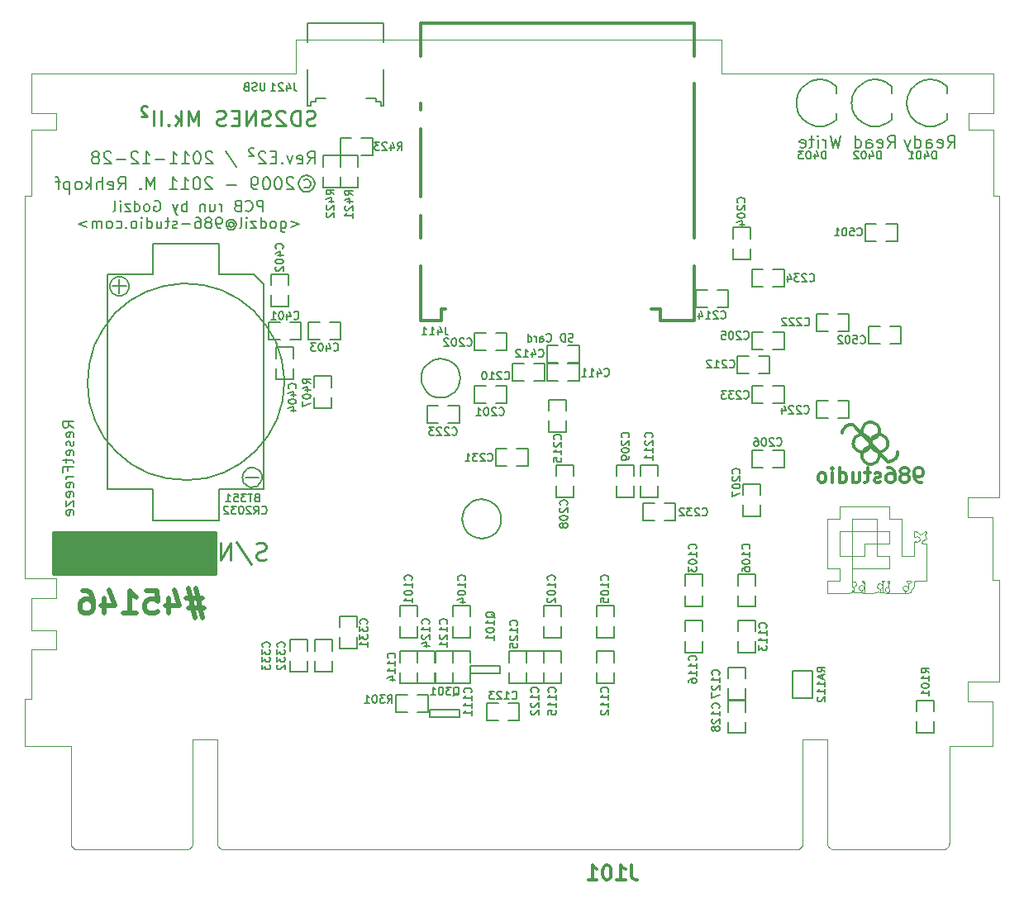
<source format=gbo>
G04 (created by PCBNEW-RS274X (2010-04-21 BZR 23xx)-stable) date mer. 22 févr. 2012 15:22:36 CET*
G01*
G70*
G90*
%MOIN*%
G04 Gerber Fmt 3.4, Leading zero omitted, Abs format*
%FSLAX34Y34*%
G04 APERTURE LIST*
%ADD10C,0.006000*%
%ADD11C,0.019900*%
%ADD12C,0.006100*%
%ADD13C,0.010000*%
%ADD14C,0.007500*%
%ADD15C,0.014000*%
%ADD16C,0.004000*%
%ADD17C,0.003900*%
%ADD18C,0.007900*%
%ADD19C,0.008000*%
%ADD20C,0.012000*%
%ADD21C,0.000100*%
%ADD22C,0.007000*%
G04 APERTURE END LIST*
G54D10*
G54D11*
X44662Y-44225D02*
X44008Y-44225D01*
X44400Y-43833D02*
X44662Y-45009D01*
X44095Y-44617D02*
X44749Y-44617D01*
X44357Y-45009D02*
X44095Y-43833D01*
X43311Y-44225D02*
X43311Y-44835D01*
X43529Y-43876D02*
X43747Y-44530D01*
X43180Y-44530D01*
X42396Y-43920D02*
X42832Y-43920D01*
X42876Y-44356D01*
X42832Y-44312D01*
X42745Y-44268D01*
X42527Y-44268D01*
X42440Y-44312D01*
X42396Y-44356D01*
X42353Y-44443D01*
X42353Y-44661D01*
X42396Y-44748D01*
X42440Y-44791D01*
X42527Y-44835D01*
X42745Y-44835D01*
X42832Y-44791D01*
X42876Y-44748D01*
X41482Y-44835D02*
X42005Y-44835D01*
X41743Y-44835D02*
X41743Y-43920D01*
X41830Y-44051D01*
X41918Y-44138D01*
X42005Y-44181D01*
X40698Y-44225D02*
X40698Y-44835D01*
X40916Y-43876D02*
X41134Y-44530D01*
X40567Y-44530D01*
X39827Y-43920D02*
X40001Y-43920D01*
X40088Y-43963D01*
X40132Y-44007D01*
X40219Y-44138D01*
X40263Y-44312D01*
X40263Y-44661D01*
X40219Y-44748D01*
X40176Y-44791D01*
X40088Y-44835D01*
X39914Y-44835D01*
X39827Y-44791D01*
X39783Y-44748D01*
X39740Y-44661D01*
X39740Y-44443D01*
X39783Y-44356D01*
X39827Y-44312D01*
X39914Y-44268D01*
X40088Y-44268D01*
X40176Y-44312D01*
X40219Y-44356D01*
X40263Y-44443D01*
G54D12*
X47119Y-28624D02*
X47119Y-28181D01*
X46950Y-28181D01*
X46908Y-28202D01*
X46886Y-28223D01*
X46865Y-28265D01*
X46865Y-28328D01*
X46886Y-28371D01*
X46908Y-28392D01*
X46950Y-28413D01*
X47119Y-28413D01*
X46422Y-28582D02*
X46443Y-28603D01*
X46507Y-28624D01*
X46549Y-28624D01*
X46612Y-28603D01*
X46654Y-28561D01*
X46676Y-28518D01*
X46697Y-28434D01*
X46697Y-28371D01*
X46676Y-28286D01*
X46654Y-28244D01*
X46612Y-28202D01*
X46549Y-28181D01*
X46507Y-28181D01*
X46443Y-28202D01*
X46422Y-28223D01*
X46085Y-28392D02*
X46022Y-28413D01*
X46000Y-28434D01*
X45979Y-28476D01*
X45979Y-28539D01*
X46000Y-28582D01*
X46022Y-28603D01*
X46064Y-28624D01*
X46233Y-28624D01*
X46233Y-28181D01*
X46085Y-28181D01*
X46043Y-28202D01*
X46022Y-28223D01*
X46000Y-28265D01*
X46000Y-28307D01*
X46022Y-28350D01*
X46043Y-28371D01*
X46085Y-28392D01*
X46233Y-28392D01*
X45452Y-28624D02*
X45452Y-28328D01*
X45452Y-28413D02*
X45430Y-28371D01*
X45409Y-28350D01*
X45367Y-28328D01*
X45325Y-28328D01*
X44988Y-28328D02*
X44988Y-28624D01*
X45178Y-28328D02*
X45178Y-28561D01*
X45156Y-28603D01*
X45114Y-28624D01*
X45051Y-28624D01*
X45009Y-28603D01*
X44988Y-28582D01*
X44777Y-28328D02*
X44777Y-28624D01*
X44777Y-28371D02*
X44755Y-28350D01*
X44713Y-28328D01*
X44650Y-28328D01*
X44608Y-28350D01*
X44587Y-28392D01*
X44587Y-28624D01*
X44038Y-28624D02*
X44038Y-28181D01*
X44038Y-28350D02*
X43995Y-28328D01*
X43911Y-28328D01*
X43869Y-28350D01*
X43848Y-28371D01*
X43827Y-28413D01*
X43827Y-28539D01*
X43848Y-28582D01*
X43869Y-28603D01*
X43911Y-28624D01*
X43995Y-28624D01*
X44038Y-28603D01*
X43679Y-28328D02*
X43573Y-28624D01*
X43468Y-28328D02*
X43573Y-28624D01*
X43615Y-28729D01*
X43637Y-28750D01*
X43679Y-28771D01*
X42728Y-28202D02*
X42771Y-28181D01*
X42834Y-28181D01*
X42897Y-28202D01*
X42939Y-28244D01*
X42961Y-28286D01*
X42982Y-28371D01*
X42982Y-28434D01*
X42961Y-28518D01*
X42939Y-28561D01*
X42897Y-28603D01*
X42834Y-28624D01*
X42792Y-28624D01*
X42728Y-28603D01*
X42707Y-28582D01*
X42707Y-28434D01*
X42792Y-28434D01*
X42454Y-28624D02*
X42496Y-28603D01*
X42518Y-28582D01*
X42539Y-28539D01*
X42539Y-28413D01*
X42518Y-28371D01*
X42496Y-28350D01*
X42454Y-28328D01*
X42391Y-28328D01*
X42349Y-28350D01*
X42328Y-28371D01*
X42307Y-28413D01*
X42307Y-28539D01*
X42328Y-28582D01*
X42349Y-28603D01*
X42391Y-28624D01*
X42454Y-28624D01*
X41927Y-28624D02*
X41927Y-28181D01*
X41927Y-28603D02*
X41969Y-28624D01*
X42053Y-28624D01*
X42095Y-28603D01*
X42117Y-28582D01*
X42138Y-28539D01*
X42138Y-28413D01*
X42117Y-28371D01*
X42095Y-28350D01*
X42053Y-28328D01*
X41969Y-28328D01*
X41927Y-28350D01*
X41758Y-28328D02*
X41526Y-28328D01*
X41758Y-28624D01*
X41526Y-28624D01*
X41357Y-28624D02*
X41357Y-28328D01*
X41357Y-28181D02*
X41378Y-28202D01*
X41357Y-28223D01*
X41335Y-28202D01*
X41357Y-28181D01*
X41357Y-28223D01*
X41082Y-28624D02*
X41124Y-28603D01*
X41146Y-28561D01*
X41146Y-28181D01*
X48226Y-29009D02*
X48564Y-29136D01*
X48226Y-29263D01*
X47826Y-29009D02*
X47826Y-29368D01*
X47847Y-29410D01*
X47868Y-29431D01*
X47910Y-29452D01*
X47973Y-29452D01*
X48016Y-29431D01*
X47826Y-29284D02*
X47868Y-29305D01*
X47952Y-29305D01*
X47994Y-29284D01*
X48016Y-29263D01*
X48037Y-29220D01*
X48037Y-29094D01*
X48016Y-29052D01*
X47994Y-29031D01*
X47952Y-29009D01*
X47868Y-29009D01*
X47826Y-29031D01*
X47551Y-29305D02*
X47593Y-29284D01*
X47615Y-29263D01*
X47636Y-29220D01*
X47636Y-29094D01*
X47615Y-29052D01*
X47593Y-29031D01*
X47551Y-29009D01*
X47488Y-29009D01*
X47446Y-29031D01*
X47425Y-29052D01*
X47404Y-29094D01*
X47404Y-29220D01*
X47425Y-29263D01*
X47446Y-29284D01*
X47488Y-29305D01*
X47551Y-29305D01*
X47024Y-29305D02*
X47024Y-28862D01*
X47024Y-29284D02*
X47066Y-29305D01*
X47150Y-29305D01*
X47192Y-29284D01*
X47214Y-29263D01*
X47235Y-29220D01*
X47235Y-29094D01*
X47214Y-29052D01*
X47192Y-29031D01*
X47150Y-29009D01*
X47066Y-29009D01*
X47024Y-29031D01*
X46855Y-29009D02*
X46623Y-29009D01*
X46855Y-29305D01*
X46623Y-29305D01*
X46454Y-29305D02*
X46454Y-29009D01*
X46454Y-28862D02*
X46475Y-28883D01*
X46454Y-28904D01*
X46432Y-28883D01*
X46454Y-28862D01*
X46454Y-28904D01*
X46179Y-29305D02*
X46221Y-29284D01*
X46243Y-29242D01*
X46243Y-28862D01*
X45736Y-29094D02*
X45757Y-29073D01*
X45800Y-29052D01*
X45842Y-29052D01*
X45884Y-29073D01*
X45905Y-29094D01*
X45926Y-29136D01*
X45926Y-29178D01*
X45905Y-29220D01*
X45884Y-29242D01*
X45842Y-29263D01*
X45800Y-29263D01*
X45757Y-29242D01*
X45736Y-29220D01*
X45736Y-29052D02*
X45736Y-29220D01*
X45715Y-29242D01*
X45694Y-29242D01*
X45652Y-29220D01*
X45631Y-29178D01*
X45631Y-29073D01*
X45673Y-29009D01*
X45736Y-28967D01*
X45821Y-28946D01*
X45905Y-28967D01*
X45968Y-29009D01*
X46011Y-29073D01*
X46032Y-29157D01*
X46011Y-29242D01*
X45968Y-29305D01*
X45905Y-29347D01*
X45821Y-29368D01*
X45736Y-29347D01*
X45673Y-29305D01*
X45419Y-29305D02*
X45335Y-29305D01*
X45293Y-29284D01*
X45272Y-29263D01*
X45230Y-29199D01*
X45208Y-29115D01*
X45208Y-28946D01*
X45230Y-28904D01*
X45251Y-28883D01*
X45293Y-28862D01*
X45377Y-28862D01*
X45419Y-28883D01*
X45441Y-28904D01*
X45462Y-28946D01*
X45462Y-29052D01*
X45441Y-29094D01*
X45419Y-29115D01*
X45377Y-29136D01*
X45293Y-29136D01*
X45251Y-29115D01*
X45230Y-29094D01*
X45208Y-29052D01*
X44955Y-29052D02*
X44997Y-29031D01*
X45019Y-29009D01*
X45040Y-28967D01*
X45040Y-28946D01*
X45019Y-28904D01*
X44997Y-28883D01*
X44955Y-28862D01*
X44871Y-28862D01*
X44829Y-28883D01*
X44808Y-28904D01*
X44786Y-28946D01*
X44786Y-28967D01*
X44808Y-29009D01*
X44829Y-29031D01*
X44871Y-29052D01*
X44955Y-29052D01*
X44997Y-29073D01*
X45019Y-29094D01*
X45040Y-29136D01*
X45040Y-29220D01*
X45019Y-29263D01*
X44997Y-29284D01*
X44955Y-29305D01*
X44871Y-29305D01*
X44829Y-29284D01*
X44808Y-29263D01*
X44786Y-29220D01*
X44786Y-29136D01*
X44808Y-29094D01*
X44829Y-29073D01*
X44871Y-29052D01*
X44407Y-28862D02*
X44491Y-28862D01*
X44533Y-28883D01*
X44554Y-28904D01*
X44597Y-28967D01*
X44618Y-29052D01*
X44618Y-29220D01*
X44597Y-29263D01*
X44575Y-29284D01*
X44533Y-29305D01*
X44449Y-29305D01*
X44407Y-29284D01*
X44386Y-29263D01*
X44364Y-29220D01*
X44364Y-29115D01*
X44386Y-29073D01*
X44407Y-29052D01*
X44449Y-29031D01*
X44533Y-29031D01*
X44575Y-29052D01*
X44597Y-29073D01*
X44618Y-29115D01*
X44175Y-29136D02*
X43837Y-29136D01*
X43648Y-29284D02*
X43605Y-29305D01*
X43521Y-29305D01*
X43479Y-29284D01*
X43458Y-29242D01*
X43458Y-29220D01*
X43479Y-29178D01*
X43521Y-29157D01*
X43584Y-29157D01*
X43627Y-29136D01*
X43648Y-29094D01*
X43648Y-29073D01*
X43627Y-29031D01*
X43584Y-29009D01*
X43521Y-29009D01*
X43479Y-29031D01*
X43331Y-29009D02*
X43162Y-29009D01*
X43268Y-28862D02*
X43268Y-29242D01*
X43246Y-29284D01*
X43204Y-29305D01*
X43162Y-29305D01*
X42825Y-29009D02*
X42825Y-29305D01*
X43015Y-29009D02*
X43015Y-29242D01*
X42993Y-29284D01*
X42951Y-29305D01*
X42888Y-29305D01*
X42846Y-29284D01*
X42825Y-29263D01*
X42424Y-29305D02*
X42424Y-28862D01*
X42424Y-29284D02*
X42466Y-29305D01*
X42550Y-29305D01*
X42592Y-29284D01*
X42614Y-29263D01*
X42635Y-29220D01*
X42635Y-29094D01*
X42614Y-29052D01*
X42592Y-29031D01*
X42550Y-29009D01*
X42466Y-29009D01*
X42424Y-29031D01*
X42213Y-29305D02*
X42213Y-29009D01*
X42213Y-28862D02*
X42234Y-28883D01*
X42213Y-28904D01*
X42191Y-28883D01*
X42213Y-28862D01*
X42213Y-28904D01*
X41938Y-29305D02*
X41980Y-29284D01*
X42002Y-29263D01*
X42023Y-29220D01*
X42023Y-29094D01*
X42002Y-29052D01*
X41980Y-29031D01*
X41938Y-29009D01*
X41875Y-29009D01*
X41833Y-29031D01*
X41812Y-29052D01*
X41791Y-29094D01*
X41791Y-29220D01*
X41812Y-29263D01*
X41833Y-29284D01*
X41875Y-29305D01*
X41938Y-29305D01*
X41601Y-29263D02*
X41579Y-29284D01*
X41601Y-29305D01*
X41622Y-29284D01*
X41601Y-29263D01*
X41601Y-29305D01*
X41200Y-29284D02*
X41242Y-29305D01*
X41326Y-29305D01*
X41368Y-29284D01*
X41390Y-29263D01*
X41411Y-29220D01*
X41411Y-29094D01*
X41390Y-29052D01*
X41368Y-29031D01*
X41326Y-29009D01*
X41242Y-29009D01*
X41200Y-29031D01*
X40946Y-29305D02*
X40988Y-29284D01*
X41010Y-29263D01*
X41031Y-29220D01*
X41031Y-29094D01*
X41010Y-29052D01*
X40988Y-29031D01*
X40946Y-29009D01*
X40883Y-29009D01*
X40841Y-29031D01*
X40820Y-29052D01*
X40799Y-29094D01*
X40799Y-29220D01*
X40820Y-29263D01*
X40841Y-29284D01*
X40883Y-29305D01*
X40946Y-29305D01*
X40609Y-29305D02*
X40609Y-29009D01*
X40609Y-29052D02*
X40587Y-29031D01*
X40545Y-29009D01*
X40482Y-29009D01*
X40440Y-29031D01*
X40419Y-29073D01*
X40419Y-29305D01*
X40419Y-29073D02*
X40398Y-29031D01*
X40355Y-29009D01*
X40292Y-29009D01*
X40250Y-29031D01*
X40229Y-29073D01*
X40229Y-29305D01*
X40018Y-29009D02*
X39680Y-29136D01*
X40018Y-29263D01*
G54D13*
X47233Y-42650D02*
X47133Y-42683D01*
X46966Y-42683D01*
X46899Y-42650D01*
X46866Y-42617D01*
X46833Y-42550D01*
X46833Y-42483D01*
X46866Y-42417D01*
X46899Y-42383D01*
X46966Y-42350D01*
X47099Y-42317D01*
X47166Y-42283D01*
X47199Y-42250D01*
X47233Y-42183D01*
X47233Y-42117D01*
X47199Y-42050D01*
X47166Y-42017D01*
X47099Y-41983D01*
X46933Y-41983D01*
X46833Y-42017D01*
X46032Y-41950D02*
X46632Y-42850D01*
X45799Y-42683D02*
X45799Y-41983D01*
X45399Y-42683D01*
X45399Y-41983D01*
G54D14*
X47071Y-40799D02*
X47086Y-40814D01*
X47132Y-40830D01*
X47162Y-40830D01*
X47208Y-40814D01*
X47239Y-40784D01*
X47254Y-40753D01*
X47269Y-40692D01*
X47269Y-40647D01*
X47254Y-40586D01*
X47239Y-40555D01*
X47208Y-40525D01*
X47162Y-40510D01*
X47132Y-40510D01*
X47086Y-40525D01*
X47071Y-40540D01*
X46751Y-40830D02*
X46858Y-40677D01*
X46934Y-40830D02*
X46934Y-40510D01*
X46812Y-40510D01*
X46781Y-40525D01*
X46766Y-40540D01*
X46751Y-40570D01*
X46751Y-40616D01*
X46766Y-40647D01*
X46781Y-40662D01*
X46812Y-40677D01*
X46934Y-40677D01*
X46629Y-40540D02*
X46614Y-40525D01*
X46583Y-40510D01*
X46507Y-40510D01*
X46477Y-40525D01*
X46461Y-40540D01*
X46446Y-40570D01*
X46446Y-40601D01*
X46461Y-40647D01*
X46644Y-40830D01*
X46446Y-40830D01*
X46248Y-40510D02*
X46217Y-40510D01*
X46187Y-40525D01*
X46172Y-40540D01*
X46156Y-40570D01*
X46141Y-40631D01*
X46141Y-40708D01*
X46156Y-40769D01*
X46172Y-40799D01*
X46187Y-40814D01*
X46217Y-40830D01*
X46248Y-40830D01*
X46278Y-40814D01*
X46294Y-40799D01*
X46309Y-40769D01*
X46324Y-40708D01*
X46324Y-40631D01*
X46309Y-40570D01*
X46294Y-40540D01*
X46278Y-40525D01*
X46248Y-40510D01*
X46034Y-40510D02*
X45836Y-40510D01*
X45943Y-40631D01*
X45897Y-40631D01*
X45867Y-40647D01*
X45851Y-40662D01*
X45836Y-40692D01*
X45836Y-40769D01*
X45851Y-40799D01*
X45867Y-40814D01*
X45897Y-40830D01*
X45989Y-40830D01*
X46019Y-40814D01*
X46034Y-40799D01*
X45714Y-40540D02*
X45699Y-40525D01*
X45668Y-40510D01*
X45592Y-40510D01*
X45562Y-40525D01*
X45546Y-40540D01*
X45531Y-40570D01*
X45531Y-40601D01*
X45546Y-40647D01*
X45729Y-40830D01*
X45531Y-40830D01*
X59622Y-33864D02*
X59576Y-33880D01*
X59500Y-33880D01*
X59470Y-33864D01*
X59454Y-33849D01*
X59439Y-33819D01*
X59439Y-33788D01*
X59454Y-33758D01*
X59470Y-33742D01*
X59500Y-33727D01*
X59561Y-33712D01*
X59592Y-33697D01*
X59607Y-33681D01*
X59622Y-33651D01*
X59622Y-33620D01*
X59607Y-33590D01*
X59592Y-33575D01*
X59561Y-33560D01*
X59485Y-33560D01*
X59439Y-33575D01*
X59302Y-33880D02*
X59302Y-33560D01*
X59226Y-33560D01*
X59180Y-33575D01*
X59149Y-33605D01*
X59134Y-33636D01*
X59119Y-33697D01*
X59119Y-33742D01*
X59134Y-33803D01*
X59149Y-33834D01*
X59180Y-33864D01*
X59226Y-33880D01*
X59302Y-33880D01*
X58555Y-33849D02*
X58570Y-33864D01*
X58616Y-33880D01*
X58646Y-33880D01*
X58692Y-33864D01*
X58723Y-33834D01*
X58738Y-33803D01*
X58753Y-33742D01*
X58753Y-33697D01*
X58738Y-33636D01*
X58723Y-33605D01*
X58692Y-33575D01*
X58646Y-33560D01*
X58616Y-33560D01*
X58570Y-33575D01*
X58555Y-33590D01*
X58281Y-33880D02*
X58281Y-33712D01*
X58296Y-33681D01*
X58326Y-33666D01*
X58387Y-33666D01*
X58418Y-33681D01*
X58281Y-33864D02*
X58311Y-33880D01*
X58387Y-33880D01*
X58418Y-33864D01*
X58433Y-33834D01*
X58433Y-33803D01*
X58418Y-33773D01*
X58387Y-33758D01*
X58311Y-33758D01*
X58281Y-33742D01*
X58128Y-33880D02*
X58128Y-33666D01*
X58128Y-33727D02*
X58113Y-33697D01*
X58097Y-33681D01*
X58067Y-33666D01*
X58036Y-33666D01*
X57793Y-33880D02*
X57793Y-33560D01*
X57793Y-33864D02*
X57823Y-33880D01*
X57884Y-33880D01*
X57915Y-33864D01*
X57930Y-33849D01*
X57945Y-33819D01*
X57945Y-33727D01*
X57930Y-33697D01*
X57915Y-33681D01*
X57884Y-33666D01*
X57823Y-33666D01*
X57793Y-33681D01*
X47179Y-23435D02*
X47179Y-23694D01*
X47164Y-23724D01*
X47148Y-23739D01*
X47118Y-23755D01*
X47057Y-23755D01*
X47026Y-23739D01*
X47011Y-23724D01*
X46996Y-23694D01*
X46996Y-23435D01*
X46859Y-23739D02*
X46813Y-23755D01*
X46737Y-23755D01*
X46707Y-23739D01*
X46691Y-23724D01*
X46676Y-23694D01*
X46676Y-23663D01*
X46691Y-23633D01*
X46707Y-23617D01*
X46737Y-23602D01*
X46798Y-23587D01*
X46829Y-23572D01*
X46844Y-23556D01*
X46859Y-23526D01*
X46859Y-23495D01*
X46844Y-23465D01*
X46829Y-23450D01*
X46798Y-23435D01*
X46722Y-23435D01*
X46676Y-23450D01*
X46432Y-23587D02*
X46386Y-23602D01*
X46371Y-23617D01*
X46356Y-23648D01*
X46356Y-23694D01*
X46371Y-23724D01*
X46386Y-23739D01*
X46417Y-23755D01*
X46539Y-23755D01*
X46539Y-23435D01*
X46432Y-23435D01*
X46402Y-23450D01*
X46386Y-23465D01*
X46371Y-23495D01*
X46371Y-23526D01*
X46386Y-23556D01*
X46402Y-23572D01*
X46432Y-23587D01*
X46539Y-23587D01*
X70421Y-25552D02*
X70302Y-26052D01*
X70206Y-25695D01*
X70111Y-26052D01*
X69992Y-25552D01*
X69802Y-26052D02*
X69802Y-25719D01*
X69802Y-25814D02*
X69778Y-25767D01*
X69754Y-25743D01*
X69707Y-25719D01*
X69659Y-25719D01*
X69492Y-26052D02*
X69492Y-25719D01*
X69492Y-25552D02*
X69516Y-25576D01*
X69492Y-25600D01*
X69468Y-25576D01*
X69492Y-25552D01*
X69492Y-25600D01*
X69325Y-25719D02*
X69135Y-25719D01*
X69254Y-25552D02*
X69254Y-25981D01*
X69230Y-26029D01*
X69183Y-26052D01*
X69135Y-26052D01*
X68777Y-26029D02*
X68825Y-26052D01*
X68920Y-26052D01*
X68968Y-26029D01*
X68992Y-25981D01*
X68992Y-25790D01*
X68968Y-25743D01*
X68920Y-25719D01*
X68825Y-25719D01*
X68777Y-25743D01*
X68754Y-25790D01*
X68754Y-25838D01*
X68992Y-25886D01*
X39478Y-37356D02*
X39269Y-37210D01*
X39478Y-37105D02*
X39038Y-37105D01*
X39038Y-37272D01*
X39059Y-37314D01*
X39080Y-37335D01*
X39122Y-37356D01*
X39185Y-37356D01*
X39227Y-37335D01*
X39248Y-37314D01*
X39269Y-37272D01*
X39269Y-37105D01*
X39457Y-37712D02*
X39478Y-37670D01*
X39478Y-37587D01*
X39457Y-37545D01*
X39415Y-37524D01*
X39248Y-37524D01*
X39206Y-37545D01*
X39185Y-37587D01*
X39185Y-37670D01*
X39206Y-37712D01*
X39248Y-37733D01*
X39290Y-37733D01*
X39331Y-37524D01*
X39457Y-37901D02*
X39478Y-37943D01*
X39478Y-38027D01*
X39457Y-38068D01*
X39415Y-38089D01*
X39394Y-38089D01*
X39352Y-38068D01*
X39331Y-38027D01*
X39331Y-37964D01*
X39310Y-37922D01*
X39269Y-37901D01*
X39248Y-37901D01*
X39206Y-37922D01*
X39185Y-37964D01*
X39185Y-38027D01*
X39206Y-38068D01*
X39457Y-38445D02*
X39478Y-38403D01*
X39478Y-38320D01*
X39457Y-38278D01*
X39415Y-38257D01*
X39248Y-38257D01*
X39206Y-38278D01*
X39185Y-38320D01*
X39185Y-38403D01*
X39206Y-38445D01*
X39248Y-38466D01*
X39290Y-38466D01*
X39331Y-38257D01*
X39185Y-38592D02*
X39185Y-38760D01*
X39038Y-38655D02*
X39415Y-38655D01*
X39457Y-38676D01*
X39478Y-38718D01*
X39478Y-38760D01*
X39248Y-39083D02*
X39248Y-38937D01*
X39478Y-38937D02*
X39038Y-38937D01*
X39038Y-39146D01*
X39478Y-39314D02*
X39185Y-39314D01*
X39269Y-39314D02*
X39227Y-39335D01*
X39206Y-39356D01*
X39185Y-39398D01*
X39185Y-39439D01*
X39457Y-39753D02*
X39478Y-39711D01*
X39478Y-39628D01*
X39457Y-39586D01*
X39415Y-39565D01*
X39248Y-39565D01*
X39206Y-39586D01*
X39185Y-39628D01*
X39185Y-39711D01*
X39206Y-39753D01*
X39248Y-39774D01*
X39290Y-39774D01*
X39331Y-39565D01*
X39457Y-40130D02*
X39478Y-40088D01*
X39478Y-40005D01*
X39457Y-39963D01*
X39415Y-39942D01*
X39248Y-39942D01*
X39206Y-39963D01*
X39185Y-40005D01*
X39185Y-40088D01*
X39206Y-40130D01*
X39248Y-40151D01*
X39290Y-40151D01*
X39331Y-39942D01*
X39185Y-40298D02*
X39185Y-40528D01*
X39478Y-40298D01*
X39478Y-40528D01*
X39457Y-40863D02*
X39478Y-40821D01*
X39478Y-40738D01*
X39457Y-40696D01*
X39415Y-40675D01*
X39248Y-40675D01*
X39206Y-40696D01*
X39185Y-40738D01*
X39185Y-40821D01*
X39206Y-40863D01*
X39248Y-40884D01*
X39290Y-40884D01*
X39331Y-40675D01*
G54D13*
X49217Y-25142D02*
X49128Y-25172D01*
X48980Y-25172D01*
X48921Y-25142D01*
X48891Y-25113D01*
X48862Y-25054D01*
X48862Y-24994D01*
X48891Y-24935D01*
X48921Y-24906D01*
X48980Y-24876D01*
X49098Y-24847D01*
X49158Y-24817D01*
X49187Y-24787D01*
X49217Y-24728D01*
X49217Y-24669D01*
X49187Y-24610D01*
X49158Y-24580D01*
X49098Y-24551D01*
X48951Y-24551D01*
X48862Y-24580D01*
X48596Y-25172D02*
X48596Y-24551D01*
X48448Y-24551D01*
X48360Y-24580D01*
X48300Y-24640D01*
X48271Y-24699D01*
X48241Y-24817D01*
X48241Y-24906D01*
X48271Y-25024D01*
X48300Y-25083D01*
X48360Y-25142D01*
X48448Y-25172D01*
X48596Y-25172D01*
X48005Y-24610D02*
X47975Y-24580D01*
X47916Y-24551D01*
X47768Y-24551D01*
X47709Y-24580D01*
X47679Y-24610D01*
X47650Y-24669D01*
X47650Y-24728D01*
X47679Y-24817D01*
X48034Y-25172D01*
X47650Y-25172D01*
X47414Y-25142D02*
X47325Y-25172D01*
X47177Y-25172D01*
X47118Y-25142D01*
X47088Y-25113D01*
X47059Y-25054D01*
X47059Y-24994D01*
X47088Y-24935D01*
X47118Y-24906D01*
X47177Y-24876D01*
X47295Y-24847D01*
X47355Y-24817D01*
X47384Y-24787D01*
X47414Y-24728D01*
X47414Y-24669D01*
X47384Y-24610D01*
X47355Y-24580D01*
X47295Y-24551D01*
X47148Y-24551D01*
X47059Y-24580D01*
X46793Y-25172D02*
X46793Y-24551D01*
X46438Y-25172D01*
X46438Y-24551D01*
X46142Y-24847D02*
X45935Y-24847D01*
X45846Y-25172D02*
X46142Y-25172D01*
X46142Y-24551D01*
X45846Y-24551D01*
X45610Y-25142D02*
X45521Y-25172D01*
X45373Y-25172D01*
X45314Y-25142D01*
X45284Y-25113D01*
X45255Y-25054D01*
X45255Y-24994D01*
X45284Y-24935D01*
X45314Y-24906D01*
X45373Y-24876D01*
X45491Y-24847D01*
X45551Y-24817D01*
X45580Y-24787D01*
X45610Y-24728D01*
X45610Y-24669D01*
X45580Y-24610D01*
X45551Y-24580D01*
X45491Y-24551D01*
X45344Y-24551D01*
X45255Y-24580D01*
X44516Y-25172D02*
X44516Y-24551D01*
X44309Y-24994D01*
X44102Y-24551D01*
X44102Y-25172D01*
X43806Y-25172D02*
X43806Y-24551D01*
X43747Y-24935D02*
X43570Y-25172D01*
X43570Y-24758D02*
X43806Y-24994D01*
X43303Y-25113D02*
X43274Y-25142D01*
X43303Y-25172D01*
X43333Y-25142D01*
X43303Y-25113D01*
X43303Y-25172D01*
X43007Y-25172D02*
X43007Y-24551D01*
X42711Y-25172D02*
X42711Y-24551D01*
X42445Y-24403D02*
X42386Y-24373D01*
X42297Y-24373D01*
X42238Y-24403D01*
X42208Y-24462D01*
X42208Y-24521D01*
X42238Y-24580D01*
X42445Y-24787D01*
X42208Y-24787D01*
G54D14*
X48772Y-27361D02*
X48820Y-27338D01*
X48915Y-27338D01*
X48963Y-27361D01*
X49010Y-27409D01*
X49034Y-27457D01*
X49034Y-27552D01*
X49010Y-27600D01*
X48963Y-27647D01*
X48915Y-27671D01*
X48820Y-27671D01*
X48772Y-27647D01*
X48867Y-27171D02*
X48986Y-27195D01*
X49106Y-27266D01*
X49177Y-27385D01*
X49201Y-27504D01*
X49177Y-27623D01*
X49106Y-27742D01*
X48986Y-27814D01*
X48867Y-27838D01*
X48748Y-27814D01*
X48629Y-27742D01*
X48558Y-27623D01*
X48534Y-27504D01*
X48558Y-27385D01*
X48629Y-27266D01*
X48748Y-27195D01*
X48867Y-27171D01*
X48344Y-27290D02*
X48320Y-27266D01*
X48272Y-27242D01*
X48153Y-27242D01*
X48106Y-27266D01*
X48082Y-27290D01*
X48058Y-27338D01*
X48058Y-27385D01*
X48082Y-27457D01*
X48368Y-27742D01*
X48058Y-27742D01*
X47749Y-27242D02*
X47701Y-27242D01*
X47653Y-27266D01*
X47630Y-27290D01*
X47606Y-27338D01*
X47582Y-27433D01*
X47582Y-27552D01*
X47606Y-27647D01*
X47630Y-27695D01*
X47653Y-27719D01*
X47701Y-27742D01*
X47749Y-27742D01*
X47796Y-27719D01*
X47820Y-27695D01*
X47844Y-27647D01*
X47868Y-27552D01*
X47868Y-27433D01*
X47844Y-27338D01*
X47820Y-27290D01*
X47796Y-27266D01*
X47749Y-27242D01*
X47273Y-27242D02*
X47225Y-27242D01*
X47177Y-27266D01*
X47154Y-27290D01*
X47130Y-27338D01*
X47106Y-27433D01*
X47106Y-27552D01*
X47130Y-27647D01*
X47154Y-27695D01*
X47177Y-27719D01*
X47225Y-27742D01*
X47273Y-27742D01*
X47320Y-27719D01*
X47344Y-27695D01*
X47368Y-27647D01*
X47392Y-27552D01*
X47392Y-27433D01*
X47368Y-27338D01*
X47344Y-27290D01*
X47320Y-27266D01*
X47273Y-27242D01*
X46868Y-27742D02*
X46773Y-27742D01*
X46725Y-27719D01*
X46701Y-27695D01*
X46654Y-27623D01*
X46630Y-27528D01*
X46630Y-27338D01*
X46654Y-27290D01*
X46678Y-27266D01*
X46725Y-27242D01*
X46821Y-27242D01*
X46868Y-27266D01*
X46892Y-27290D01*
X46916Y-27338D01*
X46916Y-27457D01*
X46892Y-27504D01*
X46868Y-27528D01*
X46821Y-27552D01*
X46725Y-27552D01*
X46678Y-27528D01*
X46654Y-27504D01*
X46630Y-27457D01*
X46035Y-27552D02*
X45654Y-27552D01*
X45059Y-27290D02*
X45035Y-27266D01*
X44987Y-27242D01*
X44868Y-27242D01*
X44821Y-27266D01*
X44797Y-27290D01*
X44773Y-27338D01*
X44773Y-27385D01*
X44797Y-27457D01*
X45083Y-27742D01*
X44773Y-27742D01*
X44464Y-27242D02*
X44416Y-27242D01*
X44368Y-27266D01*
X44345Y-27290D01*
X44321Y-27338D01*
X44297Y-27433D01*
X44297Y-27552D01*
X44321Y-27647D01*
X44345Y-27695D01*
X44368Y-27719D01*
X44416Y-27742D01*
X44464Y-27742D01*
X44511Y-27719D01*
X44535Y-27695D01*
X44559Y-27647D01*
X44583Y-27552D01*
X44583Y-27433D01*
X44559Y-27338D01*
X44535Y-27290D01*
X44511Y-27266D01*
X44464Y-27242D01*
X43821Y-27742D02*
X44107Y-27742D01*
X43964Y-27742D02*
X43964Y-27242D01*
X44012Y-27314D01*
X44059Y-27361D01*
X44107Y-27385D01*
X43345Y-27742D02*
X43631Y-27742D01*
X43488Y-27742D02*
X43488Y-27242D01*
X43536Y-27314D01*
X43583Y-27361D01*
X43631Y-27385D01*
X42750Y-27742D02*
X42750Y-27242D01*
X42583Y-27600D01*
X42417Y-27242D01*
X42417Y-27742D01*
X42179Y-27695D02*
X42155Y-27719D01*
X42179Y-27742D01*
X42203Y-27719D01*
X42179Y-27695D01*
X42179Y-27742D01*
X41274Y-27742D02*
X41441Y-27504D01*
X41560Y-27742D02*
X41560Y-27242D01*
X41369Y-27242D01*
X41322Y-27266D01*
X41298Y-27290D01*
X41274Y-27338D01*
X41274Y-27409D01*
X41298Y-27457D01*
X41322Y-27480D01*
X41369Y-27504D01*
X41560Y-27504D01*
X40869Y-27719D02*
X40917Y-27742D01*
X41012Y-27742D01*
X41060Y-27719D01*
X41084Y-27671D01*
X41084Y-27480D01*
X41060Y-27433D01*
X41012Y-27409D01*
X40917Y-27409D01*
X40869Y-27433D01*
X40846Y-27480D01*
X40846Y-27528D01*
X41084Y-27576D01*
X40631Y-27742D02*
X40631Y-27242D01*
X40417Y-27742D02*
X40417Y-27480D01*
X40440Y-27433D01*
X40488Y-27409D01*
X40560Y-27409D01*
X40607Y-27433D01*
X40631Y-27457D01*
X40179Y-27742D02*
X40179Y-27242D01*
X40131Y-27552D02*
X39988Y-27742D01*
X39988Y-27409D02*
X40179Y-27600D01*
X39703Y-27742D02*
X39750Y-27719D01*
X39774Y-27695D01*
X39798Y-27647D01*
X39798Y-27504D01*
X39774Y-27457D01*
X39750Y-27433D01*
X39703Y-27409D01*
X39631Y-27409D01*
X39583Y-27433D01*
X39560Y-27457D01*
X39536Y-27504D01*
X39536Y-27647D01*
X39560Y-27695D01*
X39583Y-27719D01*
X39631Y-27742D01*
X39703Y-27742D01*
X39322Y-27409D02*
X39322Y-27909D01*
X39322Y-27433D02*
X39274Y-27409D01*
X39179Y-27409D01*
X39131Y-27433D01*
X39108Y-27457D01*
X39084Y-27504D01*
X39084Y-27647D01*
X39108Y-27695D01*
X39131Y-27719D01*
X39179Y-27742D01*
X39274Y-27742D01*
X39322Y-27719D01*
X38941Y-27409D02*
X38751Y-27409D01*
X38870Y-27742D02*
X38870Y-27314D01*
X38846Y-27266D01*
X38799Y-27242D01*
X38751Y-27242D01*
X48909Y-26702D02*
X49076Y-26464D01*
X49195Y-26702D02*
X49195Y-26202D01*
X49004Y-26202D01*
X48957Y-26226D01*
X48933Y-26250D01*
X48909Y-26298D01*
X48909Y-26369D01*
X48933Y-26417D01*
X48957Y-26440D01*
X49004Y-26464D01*
X49195Y-26464D01*
X48504Y-26679D02*
X48552Y-26702D01*
X48647Y-26702D01*
X48695Y-26679D01*
X48719Y-26631D01*
X48719Y-26440D01*
X48695Y-26393D01*
X48647Y-26369D01*
X48552Y-26369D01*
X48504Y-26393D01*
X48481Y-26440D01*
X48481Y-26488D01*
X48719Y-26536D01*
X48314Y-26369D02*
X48195Y-26702D01*
X48075Y-26369D01*
X47885Y-26655D02*
X47861Y-26679D01*
X47885Y-26702D01*
X47909Y-26679D01*
X47885Y-26655D01*
X47885Y-26702D01*
X47647Y-26440D02*
X47480Y-26440D01*
X47409Y-26702D02*
X47647Y-26702D01*
X47647Y-26202D01*
X47409Y-26202D01*
X47219Y-26250D02*
X47195Y-26226D01*
X47147Y-26202D01*
X47028Y-26202D01*
X46981Y-26226D01*
X46957Y-26250D01*
X46933Y-26298D01*
X46933Y-26345D01*
X46957Y-26417D01*
X47243Y-26702D01*
X46933Y-26702D01*
X46743Y-26083D02*
X46695Y-26060D01*
X46624Y-26060D01*
X46576Y-26083D01*
X46552Y-26131D01*
X46552Y-26179D01*
X46576Y-26226D01*
X46743Y-26393D01*
X46552Y-26393D01*
X45600Y-26179D02*
X46028Y-26821D01*
X45076Y-26250D02*
X45052Y-26226D01*
X45004Y-26202D01*
X44885Y-26202D01*
X44838Y-26226D01*
X44814Y-26250D01*
X44790Y-26298D01*
X44790Y-26345D01*
X44814Y-26417D01*
X45100Y-26702D01*
X44790Y-26702D01*
X44481Y-26202D02*
X44433Y-26202D01*
X44385Y-26226D01*
X44362Y-26250D01*
X44338Y-26298D01*
X44314Y-26393D01*
X44314Y-26512D01*
X44338Y-26607D01*
X44362Y-26655D01*
X44385Y-26679D01*
X44433Y-26702D01*
X44481Y-26702D01*
X44528Y-26679D01*
X44552Y-26655D01*
X44576Y-26607D01*
X44600Y-26512D01*
X44600Y-26393D01*
X44576Y-26298D01*
X44552Y-26250D01*
X44528Y-26226D01*
X44481Y-26202D01*
X43838Y-26702D02*
X44124Y-26702D01*
X43981Y-26702D02*
X43981Y-26202D01*
X44029Y-26274D01*
X44076Y-26321D01*
X44124Y-26345D01*
X43362Y-26702D02*
X43648Y-26702D01*
X43505Y-26702D02*
X43505Y-26202D01*
X43553Y-26274D01*
X43600Y-26321D01*
X43648Y-26345D01*
X43148Y-26512D02*
X42767Y-26512D01*
X42267Y-26702D02*
X42553Y-26702D01*
X42410Y-26702D02*
X42410Y-26202D01*
X42458Y-26274D01*
X42505Y-26321D01*
X42553Y-26345D01*
X42077Y-26250D02*
X42053Y-26226D01*
X42005Y-26202D01*
X41886Y-26202D01*
X41839Y-26226D01*
X41815Y-26250D01*
X41791Y-26298D01*
X41791Y-26345D01*
X41815Y-26417D01*
X42101Y-26702D01*
X41791Y-26702D01*
X41577Y-26512D02*
X41196Y-26512D01*
X40982Y-26250D02*
X40958Y-26226D01*
X40910Y-26202D01*
X40791Y-26202D01*
X40744Y-26226D01*
X40720Y-26250D01*
X40696Y-26298D01*
X40696Y-26345D01*
X40720Y-26417D01*
X41006Y-26702D01*
X40696Y-26702D01*
X40411Y-26417D02*
X40458Y-26393D01*
X40482Y-26369D01*
X40506Y-26321D01*
X40506Y-26298D01*
X40482Y-26250D01*
X40458Y-26226D01*
X40411Y-26202D01*
X40315Y-26202D01*
X40268Y-26226D01*
X40244Y-26250D01*
X40220Y-26298D01*
X40220Y-26321D01*
X40244Y-26369D01*
X40268Y-26393D01*
X40315Y-26417D01*
X40411Y-26417D01*
X40458Y-26440D01*
X40482Y-26464D01*
X40506Y-26512D01*
X40506Y-26607D01*
X40482Y-26655D01*
X40458Y-26679D01*
X40411Y-26702D01*
X40315Y-26702D01*
X40268Y-26679D01*
X40244Y-26655D01*
X40220Y-26607D01*
X40220Y-26512D01*
X40244Y-26464D01*
X40268Y-26440D01*
X40315Y-26417D01*
X72311Y-26052D02*
X72478Y-25814D01*
X72597Y-26052D02*
X72597Y-25552D01*
X72406Y-25552D01*
X72359Y-25576D01*
X72335Y-25600D01*
X72311Y-25648D01*
X72311Y-25719D01*
X72335Y-25767D01*
X72359Y-25790D01*
X72406Y-25814D01*
X72597Y-25814D01*
X71906Y-26029D02*
X71954Y-26052D01*
X72049Y-26052D01*
X72097Y-26029D01*
X72121Y-25981D01*
X72121Y-25790D01*
X72097Y-25743D01*
X72049Y-25719D01*
X71954Y-25719D01*
X71906Y-25743D01*
X71883Y-25790D01*
X71883Y-25838D01*
X72121Y-25886D01*
X71454Y-26052D02*
X71454Y-25790D01*
X71477Y-25743D01*
X71525Y-25719D01*
X71620Y-25719D01*
X71668Y-25743D01*
X71454Y-26029D02*
X71501Y-26052D01*
X71620Y-26052D01*
X71668Y-26029D01*
X71692Y-25981D01*
X71692Y-25933D01*
X71668Y-25886D01*
X71620Y-25862D01*
X71501Y-25862D01*
X71454Y-25838D01*
X71002Y-26052D02*
X71002Y-25552D01*
X71002Y-26029D02*
X71049Y-26052D01*
X71145Y-26052D01*
X71192Y-26029D01*
X71216Y-26005D01*
X71240Y-25957D01*
X71240Y-25814D01*
X71216Y-25767D01*
X71192Y-25743D01*
X71145Y-25719D01*
X71049Y-25719D01*
X71002Y-25743D01*
X74727Y-26052D02*
X74894Y-25814D01*
X75013Y-26052D02*
X75013Y-25552D01*
X74822Y-25552D01*
X74775Y-25576D01*
X74751Y-25600D01*
X74727Y-25648D01*
X74727Y-25719D01*
X74751Y-25767D01*
X74775Y-25790D01*
X74822Y-25814D01*
X75013Y-25814D01*
X74322Y-26029D02*
X74370Y-26052D01*
X74465Y-26052D01*
X74513Y-26029D01*
X74537Y-25981D01*
X74537Y-25790D01*
X74513Y-25743D01*
X74465Y-25719D01*
X74370Y-25719D01*
X74322Y-25743D01*
X74299Y-25790D01*
X74299Y-25838D01*
X74537Y-25886D01*
X73870Y-26052D02*
X73870Y-25790D01*
X73893Y-25743D01*
X73941Y-25719D01*
X74036Y-25719D01*
X74084Y-25743D01*
X73870Y-26029D02*
X73917Y-26052D01*
X74036Y-26052D01*
X74084Y-26029D01*
X74108Y-25981D01*
X74108Y-25933D01*
X74084Y-25886D01*
X74036Y-25862D01*
X73917Y-25862D01*
X73870Y-25838D01*
X73418Y-26052D02*
X73418Y-25552D01*
X73418Y-26029D02*
X73465Y-26052D01*
X73561Y-26052D01*
X73608Y-26029D01*
X73632Y-26005D01*
X73656Y-25957D01*
X73656Y-25814D01*
X73632Y-25767D01*
X73608Y-25743D01*
X73561Y-25719D01*
X73465Y-25719D01*
X73418Y-25743D01*
X73228Y-25719D02*
X73109Y-26052D01*
X72989Y-25719D02*
X73109Y-26052D01*
X73156Y-26171D01*
X73180Y-26195D01*
X73228Y-26219D01*
G54D15*
X70917Y-37223D02*
X70882Y-37220D01*
X70848Y-37220D01*
X70813Y-37223D01*
X70779Y-37230D01*
X70745Y-37239D01*
X70712Y-37251D01*
X70680Y-37266D01*
X70650Y-37284D01*
X70621Y-37304D01*
X70594Y-37327D01*
X70569Y-37352D01*
X70547Y-37379D01*
X70527Y-37408D01*
X70510Y-37439D01*
X70495Y-37471D01*
X70483Y-37504D01*
X70474Y-37538D01*
X70469Y-37573D01*
X72318Y-38722D02*
X72352Y-38720D01*
X72387Y-38715D01*
X72421Y-38708D01*
X72454Y-38697D01*
X72487Y-38684D01*
X72518Y-38668D01*
X72547Y-38649D01*
X72575Y-38628D01*
X72600Y-38604D01*
X72624Y-38579D01*
X72645Y-38551D01*
X72664Y-38521D01*
X72680Y-38491D01*
X72693Y-38458D01*
X72704Y-38425D01*
X72711Y-38391D01*
X72716Y-38356D01*
X72718Y-38322D01*
X71618Y-37972D02*
X72318Y-38722D01*
X71618Y-37972D02*
X70918Y-37222D01*
X71968Y-38472D02*
X71961Y-38539D01*
X71941Y-38605D01*
X71909Y-38665D01*
X71866Y-38718D01*
X71813Y-38762D01*
X71753Y-38794D01*
X71688Y-38814D01*
X71620Y-38821D01*
X71553Y-38815D01*
X71487Y-38796D01*
X71427Y-38764D01*
X71374Y-38722D01*
X71330Y-38669D01*
X71297Y-38609D01*
X71276Y-38544D01*
X71269Y-38476D01*
X71274Y-38409D01*
X71293Y-38344D01*
X71324Y-38283D01*
X71367Y-38229D01*
X71419Y-38185D01*
X71478Y-38152D01*
X71543Y-38131D01*
X71611Y-38123D01*
X71678Y-38128D01*
X71744Y-38146D01*
X71805Y-38177D01*
X71859Y-38219D01*
X71904Y-38271D01*
X71937Y-38330D01*
X71959Y-38395D01*
X71967Y-38463D01*
X71968Y-38472D01*
X71968Y-37472D02*
X71961Y-37539D01*
X71941Y-37605D01*
X71909Y-37665D01*
X71866Y-37718D01*
X71813Y-37762D01*
X71753Y-37794D01*
X71688Y-37814D01*
X71620Y-37821D01*
X71553Y-37815D01*
X71487Y-37796D01*
X71427Y-37764D01*
X71374Y-37722D01*
X71330Y-37669D01*
X71297Y-37609D01*
X71276Y-37544D01*
X71269Y-37476D01*
X71274Y-37409D01*
X71293Y-37344D01*
X71324Y-37283D01*
X71367Y-37229D01*
X71419Y-37185D01*
X71478Y-37152D01*
X71543Y-37131D01*
X71611Y-37123D01*
X71678Y-37128D01*
X71744Y-37146D01*
X71805Y-37177D01*
X71859Y-37219D01*
X71904Y-37271D01*
X71937Y-37330D01*
X71959Y-37395D01*
X71967Y-37463D01*
X71968Y-37472D01*
X71618Y-37972D02*
X71611Y-38039D01*
X71591Y-38105D01*
X71559Y-38165D01*
X71516Y-38218D01*
X71463Y-38262D01*
X71403Y-38294D01*
X71338Y-38314D01*
X71270Y-38321D01*
X71203Y-38315D01*
X71137Y-38296D01*
X71077Y-38264D01*
X71024Y-38222D01*
X70980Y-38169D01*
X70947Y-38109D01*
X70926Y-38044D01*
X70919Y-37976D01*
X70924Y-37909D01*
X70943Y-37844D01*
X70974Y-37783D01*
X71017Y-37729D01*
X71069Y-37685D01*
X71128Y-37652D01*
X71193Y-37631D01*
X71261Y-37623D01*
X71328Y-37628D01*
X71394Y-37646D01*
X71455Y-37677D01*
X71509Y-37719D01*
X71554Y-37771D01*
X71587Y-37830D01*
X71609Y-37895D01*
X71617Y-37963D01*
X71618Y-37972D01*
X72318Y-37972D02*
X72311Y-38039D01*
X72291Y-38105D01*
X72259Y-38165D01*
X72216Y-38218D01*
X72163Y-38262D01*
X72103Y-38294D01*
X72038Y-38314D01*
X71970Y-38321D01*
X71903Y-38315D01*
X71837Y-38296D01*
X71777Y-38264D01*
X71724Y-38222D01*
X71680Y-38169D01*
X71647Y-38109D01*
X71626Y-38044D01*
X71619Y-37976D01*
X71624Y-37909D01*
X71643Y-37844D01*
X71674Y-37783D01*
X71717Y-37729D01*
X71769Y-37685D01*
X71828Y-37652D01*
X71893Y-37631D01*
X71961Y-37623D01*
X72028Y-37628D01*
X72094Y-37646D01*
X72155Y-37677D01*
X72209Y-37719D01*
X72254Y-37771D01*
X72287Y-37830D01*
X72309Y-37895D01*
X72317Y-37963D01*
X72318Y-37972D01*
G54D16*
X37510Y-27993D02*
X37786Y-27993D01*
X38770Y-43426D02*
X37510Y-43426D01*
X37510Y-48308D02*
X37786Y-48308D01*
X39360Y-50197D02*
X37510Y-50197D01*
X37510Y-43426D02*
X37510Y-27993D01*
X37510Y-50197D02*
X37510Y-48308D01*
X76801Y-40099D02*
X76801Y-40158D01*
X76801Y-40158D02*
X75542Y-40158D01*
X75542Y-40158D02*
X75542Y-40217D01*
X76801Y-40158D02*
X76801Y-27993D01*
X76801Y-27993D02*
X76565Y-27993D01*
X76565Y-27993D02*
X76565Y-27914D01*
X76723Y-43504D02*
X76801Y-43504D01*
X76801Y-43504D02*
X76801Y-43583D01*
X76801Y-43504D02*
X76526Y-43504D01*
X75542Y-47599D02*
X76801Y-47599D01*
X76801Y-47599D02*
X76801Y-43514D01*
X76797Y-47597D02*
X76802Y-47597D01*
G54D17*
X76565Y-25315D02*
X76565Y-27993D01*
G54D18*
X56722Y-41024D02*
X56707Y-41176D01*
X56662Y-41323D01*
X56590Y-41459D01*
X56493Y-41578D01*
X56375Y-41676D01*
X56239Y-41749D01*
X56093Y-41794D01*
X55940Y-41810D01*
X55788Y-41797D01*
X55641Y-41753D01*
X55505Y-41682D01*
X55385Y-41586D01*
X55286Y-41468D01*
X55212Y-41334D01*
X55166Y-41187D01*
X55149Y-41034D01*
X55161Y-40882D01*
X55204Y-40735D01*
X55274Y-40598D01*
X55369Y-40478D01*
X55486Y-40378D01*
X55620Y-40303D01*
X55767Y-40256D01*
X55919Y-40238D01*
X56071Y-40249D01*
X56219Y-40291D01*
X56356Y-40360D01*
X56477Y-40455D01*
X56578Y-40571D01*
X56653Y-40704D01*
X56702Y-40850D01*
X56721Y-41003D01*
X56722Y-41024D01*
G54D17*
X37786Y-25315D02*
X37786Y-27993D01*
X38770Y-45512D02*
X37786Y-45512D01*
X37786Y-44213D02*
X37786Y-45512D01*
X38770Y-44213D02*
X37786Y-44213D01*
X38770Y-43426D02*
X38770Y-44213D01*
X75542Y-40945D02*
X75542Y-40158D01*
X76526Y-40945D02*
X75542Y-40945D01*
X76526Y-43504D02*
X76526Y-40945D01*
X74518Y-54371D02*
X74542Y-54369D01*
X74565Y-54366D01*
X74589Y-54361D01*
X74612Y-54354D01*
X74634Y-54345D01*
X74656Y-54334D01*
X74676Y-54321D01*
X74695Y-54306D01*
X74713Y-54290D01*
X74729Y-54272D01*
X74744Y-54253D01*
X74757Y-54232D01*
X74768Y-54211D01*
X74777Y-54189D01*
X74784Y-54166D01*
X74789Y-54142D01*
X74792Y-54119D01*
X74794Y-54095D01*
X69872Y-54095D02*
X69874Y-54119D01*
X69877Y-54142D01*
X69882Y-54166D01*
X69889Y-54189D01*
X69898Y-54211D01*
X69909Y-54232D01*
X69922Y-54253D01*
X69937Y-54272D01*
X69953Y-54290D01*
X69971Y-54306D01*
X69990Y-54321D01*
X70010Y-54334D01*
X70032Y-54345D01*
X70054Y-54354D01*
X70077Y-54361D01*
X70101Y-54366D01*
X70124Y-54369D01*
X70148Y-54371D01*
X68612Y-54371D02*
X68636Y-54369D01*
X68659Y-54366D01*
X68683Y-54361D01*
X68706Y-54354D01*
X68728Y-54345D01*
X68750Y-54334D01*
X68770Y-54321D01*
X68789Y-54306D01*
X68807Y-54290D01*
X68823Y-54272D01*
X68838Y-54253D01*
X68851Y-54232D01*
X68862Y-54211D01*
X68871Y-54189D01*
X68878Y-54166D01*
X68883Y-54142D01*
X68886Y-54119D01*
X68888Y-54095D01*
X45266Y-54095D02*
X45268Y-54119D01*
X45271Y-54142D01*
X45276Y-54166D01*
X45283Y-54189D01*
X45292Y-54211D01*
X45303Y-54232D01*
X45316Y-54253D01*
X45331Y-54272D01*
X45347Y-54290D01*
X45365Y-54306D01*
X45384Y-54321D01*
X45404Y-54334D01*
X45426Y-54345D01*
X45448Y-54354D01*
X45471Y-54361D01*
X45495Y-54366D01*
X45518Y-54369D01*
X45542Y-54371D01*
X44006Y-54371D02*
X44030Y-54369D01*
X44053Y-54366D01*
X44077Y-54361D01*
X44100Y-54354D01*
X44122Y-54345D01*
X44144Y-54334D01*
X44164Y-54321D01*
X44183Y-54306D01*
X44201Y-54290D01*
X44217Y-54272D01*
X44232Y-54253D01*
X44245Y-54232D01*
X44256Y-54211D01*
X44265Y-54189D01*
X44272Y-54166D01*
X44277Y-54142D01*
X44280Y-54119D01*
X44282Y-54095D01*
X39360Y-54095D02*
X39362Y-54119D01*
X39365Y-54142D01*
X39370Y-54166D01*
X39377Y-54189D01*
X39386Y-54211D01*
X39397Y-54232D01*
X39410Y-54253D01*
X39425Y-54272D01*
X39441Y-54290D01*
X39459Y-54306D01*
X39478Y-54321D01*
X39498Y-54334D01*
X39520Y-54345D01*
X39542Y-54354D01*
X39565Y-54361D01*
X39589Y-54366D01*
X39612Y-54369D01*
X39636Y-54371D01*
G54D16*
X48455Y-23071D02*
X37786Y-23071D01*
X65601Y-21693D02*
X48455Y-21693D01*
X76565Y-23071D02*
X65601Y-23071D01*
G54D14*
X55069Y-35355D02*
X55054Y-35507D01*
X55009Y-35654D01*
X54937Y-35790D01*
X54840Y-35909D01*
X54722Y-36007D01*
X54586Y-36080D01*
X54440Y-36125D01*
X54287Y-36141D01*
X54135Y-36128D01*
X53988Y-36084D01*
X53852Y-36013D01*
X53732Y-35917D01*
X53633Y-35799D01*
X53559Y-35665D01*
X53513Y-35518D01*
X53496Y-35365D01*
X53508Y-35213D01*
X53551Y-35066D01*
X53621Y-34929D01*
X53716Y-34809D01*
X53833Y-34709D01*
X53967Y-34634D01*
X54114Y-34587D01*
X54266Y-34569D01*
X54418Y-34580D01*
X54566Y-34622D01*
X54703Y-34691D01*
X54824Y-34786D01*
X54925Y-34902D01*
X55000Y-35035D01*
X55049Y-35181D01*
X55068Y-35334D01*
X55069Y-35355D01*
G54D16*
X48455Y-23071D02*
X48455Y-21693D01*
X65601Y-21693D02*
X65601Y-23071D01*
X76565Y-23071D02*
X76565Y-24646D01*
X76565Y-24646D02*
X75581Y-24646D01*
X75581Y-24646D02*
X75581Y-25315D01*
X75581Y-25315D02*
X76565Y-25315D01*
X75542Y-47599D02*
X75542Y-48386D01*
X75542Y-48386D02*
X76526Y-48386D01*
X76526Y-48386D02*
X76526Y-50197D01*
X76526Y-50197D02*
X74794Y-50197D01*
X74794Y-50197D02*
X74794Y-50237D01*
X37786Y-25315D02*
X38770Y-25315D01*
X38770Y-25315D02*
X38770Y-24646D01*
X38770Y-24646D02*
X37786Y-24646D01*
X37786Y-24646D02*
X37786Y-23071D01*
X39360Y-54095D02*
X39360Y-50237D01*
X39360Y-50237D02*
X39360Y-50197D01*
X37786Y-48308D02*
X37786Y-46300D01*
X37786Y-46300D02*
X38770Y-46300D01*
X38770Y-46300D02*
X38770Y-45512D01*
X44006Y-54371D02*
X39636Y-54371D01*
X45266Y-54095D02*
X45266Y-49922D01*
X45266Y-49922D02*
X44282Y-49922D01*
X44282Y-49922D02*
X44282Y-54095D01*
X74794Y-54095D02*
X74794Y-50237D01*
X70148Y-54371D02*
X74518Y-54371D01*
X68888Y-54095D02*
X68888Y-49922D01*
X68888Y-49922D02*
X69872Y-49922D01*
X69872Y-49922D02*
X69872Y-54095D01*
X68612Y-54371D02*
X45542Y-54371D01*
G54D14*
X51670Y-24061D02*
X51257Y-24061D01*
X49230Y-24061D02*
X49643Y-24061D01*
X48915Y-24356D02*
X48915Y-22880D01*
X48915Y-21009D02*
X48915Y-21777D01*
X51985Y-24356D02*
X51985Y-22880D01*
X51985Y-21009D02*
X51985Y-21777D01*
X51867Y-24239D02*
X51867Y-24180D01*
X51867Y-24180D02*
X51670Y-24180D01*
X51670Y-24180D02*
X51670Y-24061D01*
X49230Y-24060D02*
X49230Y-24179D01*
X49230Y-24179D02*
X49052Y-24179D01*
X49052Y-24179D02*
X49033Y-24179D01*
X49033Y-24179D02*
X49033Y-24356D01*
X49033Y-24356D02*
X48915Y-24356D01*
X48915Y-21009D02*
X51985Y-21009D01*
X51985Y-24357D02*
X51867Y-24357D01*
X51867Y-24357D02*
X51867Y-24239D01*
X41323Y-31917D02*
X41323Y-31366D01*
X41598Y-31642D02*
X41047Y-31642D01*
X46953Y-39358D02*
X46402Y-39358D01*
X41713Y-31642D02*
X41705Y-31717D01*
X41683Y-31790D01*
X41647Y-31857D01*
X41599Y-31916D01*
X41541Y-31965D01*
X41474Y-32001D01*
X41401Y-32024D01*
X41325Y-32031D01*
X41250Y-32025D01*
X41177Y-32003D01*
X41110Y-31968D01*
X41051Y-31920D01*
X41002Y-31862D01*
X40965Y-31795D01*
X40942Y-31723D01*
X40934Y-31647D01*
X40940Y-31572D01*
X40961Y-31499D01*
X40996Y-31431D01*
X41043Y-31372D01*
X41101Y-31322D01*
X41167Y-31285D01*
X41240Y-31262D01*
X41315Y-31253D01*
X41390Y-31258D01*
X41464Y-31279D01*
X41531Y-31313D01*
X41591Y-31360D01*
X41641Y-31418D01*
X41679Y-31484D01*
X41703Y-31556D01*
X41712Y-31632D01*
X41713Y-31642D01*
X47070Y-39358D02*
X47062Y-39434D01*
X47040Y-39507D01*
X47004Y-39575D01*
X46955Y-39634D01*
X46896Y-39683D01*
X46829Y-39720D01*
X46756Y-39742D01*
X46679Y-39750D01*
X46604Y-39744D01*
X46530Y-39722D01*
X46462Y-39686D01*
X46403Y-39638D01*
X46353Y-39580D01*
X46316Y-39512D01*
X46293Y-39439D01*
X46285Y-39363D01*
X46291Y-39288D01*
X46312Y-39214D01*
X46347Y-39146D01*
X46395Y-39085D01*
X46453Y-39036D01*
X46520Y-38998D01*
X46593Y-38975D01*
X46669Y-38966D01*
X46745Y-38971D01*
X46819Y-38992D01*
X46887Y-39027D01*
X46948Y-39074D01*
X46998Y-39132D01*
X47036Y-39199D01*
X47060Y-39271D01*
X47069Y-39348D01*
X47070Y-39358D01*
X47976Y-35500D02*
X47900Y-36272D01*
X47675Y-37015D01*
X47311Y-37700D01*
X46821Y-38301D01*
X46223Y-38796D01*
X45540Y-39165D01*
X44799Y-39394D01*
X44027Y-39475D01*
X43255Y-39405D01*
X42511Y-39186D01*
X41823Y-38826D01*
X41219Y-38340D01*
X40720Y-37746D01*
X40346Y-37066D01*
X40111Y-36326D01*
X40025Y-35555D01*
X40090Y-34783D01*
X40304Y-34037D01*
X40658Y-33347D01*
X41140Y-32739D01*
X41731Y-32236D01*
X42409Y-31857D01*
X43147Y-31617D01*
X43917Y-31525D01*
X44690Y-31585D01*
X45437Y-31794D01*
X46130Y-32143D01*
X46741Y-32621D01*
X47248Y-33209D01*
X47632Y-33883D01*
X47877Y-34620D01*
X47974Y-35389D01*
X47976Y-35500D01*
X42661Y-41091D02*
X42661Y-39831D01*
X42661Y-39831D02*
X40850Y-39831D01*
X40850Y-39831D02*
X40850Y-31169D01*
X40850Y-31169D02*
X42661Y-31169D01*
X42661Y-31169D02*
X42661Y-29909D01*
X42661Y-29909D02*
X45339Y-29909D01*
X45339Y-29909D02*
X45339Y-31169D01*
X45339Y-31169D02*
X46756Y-31169D01*
X46756Y-31169D02*
X47150Y-31563D01*
X47150Y-31563D02*
X47150Y-39831D01*
X47150Y-39831D02*
X45339Y-39831D01*
X45339Y-39831D02*
X45339Y-41091D01*
X45339Y-41091D02*
X42661Y-41091D01*
X59413Y-34020D02*
X59863Y-34020D01*
X58563Y-34020D02*
X59013Y-34020D01*
X59863Y-34720D02*
X59413Y-34720D01*
X58563Y-34720D02*
X59013Y-34720D01*
X59863Y-34720D02*
X59863Y-34020D01*
X58563Y-34020D02*
X58563Y-34720D01*
X51075Y-25675D02*
X51525Y-25675D01*
X50225Y-25675D02*
X50675Y-25675D01*
X51525Y-26375D02*
X51075Y-26375D01*
X50225Y-26375D02*
X50675Y-26375D01*
X51525Y-26375D02*
X51525Y-25675D01*
X50225Y-25675D02*
X50225Y-26375D01*
X72000Y-33950D02*
X71550Y-33950D01*
X72850Y-33950D02*
X72400Y-33950D01*
X71550Y-33250D02*
X72000Y-33250D01*
X72850Y-33250D02*
X72400Y-33250D01*
X71550Y-33250D02*
X71550Y-33950D01*
X72850Y-33950D02*
X72850Y-33250D01*
X72250Y-29125D02*
X72700Y-29125D01*
X71400Y-29125D02*
X71850Y-29125D01*
X72700Y-29825D02*
X72250Y-29825D01*
X71400Y-29825D02*
X71850Y-29825D01*
X72700Y-29825D02*
X72700Y-29125D01*
X71400Y-29125D02*
X71400Y-29825D01*
X64125Y-45575D02*
X64125Y-45125D01*
X64125Y-46425D02*
X64125Y-45975D01*
X64825Y-45125D02*
X64825Y-45575D01*
X64825Y-46425D02*
X64825Y-45975D01*
X64825Y-45125D02*
X64125Y-45125D01*
X64125Y-46425D02*
X64825Y-46425D01*
X58425Y-46825D02*
X58425Y-46375D01*
X58425Y-47675D02*
X58425Y-47225D01*
X59125Y-46375D02*
X59125Y-46825D01*
X59125Y-47675D02*
X59125Y-47225D01*
X59125Y-46375D02*
X58425Y-46375D01*
X58425Y-47675D02*
X59125Y-47675D01*
X52625Y-46825D02*
X52625Y-46375D01*
X52625Y-47675D02*
X52625Y-47225D01*
X53325Y-46375D02*
X53325Y-46825D01*
X53325Y-47675D02*
X53325Y-47225D01*
X53325Y-46375D02*
X52625Y-46375D01*
X52625Y-47675D02*
X53325Y-47675D01*
X64825Y-44125D02*
X64825Y-44575D01*
X64825Y-43275D02*
X64825Y-43725D01*
X64125Y-44575D02*
X64125Y-44125D01*
X64125Y-43275D02*
X64125Y-43725D01*
X64125Y-44575D02*
X64825Y-44575D01*
X64825Y-43275D02*
X64125Y-43275D01*
X59125Y-45375D02*
X59125Y-45825D01*
X59125Y-44525D02*
X59125Y-44975D01*
X58425Y-45825D02*
X58425Y-45375D01*
X58425Y-44525D02*
X58425Y-44975D01*
X58425Y-45825D02*
X59125Y-45825D01*
X59125Y-44525D02*
X58425Y-44525D01*
X53325Y-45375D02*
X53325Y-45825D01*
X53325Y-44525D02*
X53325Y-44975D01*
X52625Y-45825D02*
X52625Y-45375D01*
X52625Y-44525D02*
X52625Y-44975D01*
X52625Y-45825D02*
X53325Y-45825D01*
X53325Y-44525D02*
X52625Y-44525D01*
X50900Y-45800D02*
X50900Y-46250D01*
X50900Y-44950D02*
X50900Y-45400D01*
X50200Y-46250D02*
X50200Y-45800D01*
X50200Y-44950D02*
X50200Y-45400D01*
X50200Y-46250D02*
X50900Y-46250D01*
X50900Y-44950D02*
X50200Y-44950D01*
X70300Y-32750D02*
X70750Y-32750D01*
X69450Y-32750D02*
X69900Y-32750D01*
X70750Y-33450D02*
X70300Y-33450D01*
X69450Y-33450D02*
X69900Y-33450D01*
X70750Y-33450D02*
X70750Y-32750D01*
X69450Y-32750D02*
X69450Y-33450D01*
X66700Y-35150D02*
X66250Y-35150D01*
X67550Y-35150D02*
X67100Y-35150D01*
X66250Y-34450D02*
X66700Y-34450D01*
X67550Y-34450D02*
X67100Y-34450D01*
X66250Y-34450D02*
X66250Y-35150D01*
X67550Y-35150D02*
X67550Y-34450D01*
X62350Y-39300D02*
X62350Y-38850D01*
X62350Y-40150D02*
X62350Y-39700D01*
X63050Y-38850D02*
X63050Y-39300D01*
X63050Y-40150D02*
X63050Y-39700D01*
X63050Y-38850D02*
X62350Y-38850D01*
X62350Y-40150D02*
X63050Y-40150D01*
X58035Y-34768D02*
X58485Y-34768D01*
X57185Y-34768D02*
X57635Y-34768D01*
X58485Y-35468D02*
X58035Y-35468D01*
X57185Y-35468D02*
X57635Y-35468D01*
X58485Y-35468D02*
X58485Y-34768D01*
X57185Y-34768D02*
X57185Y-35468D01*
X58925Y-39300D02*
X58925Y-38850D01*
X58925Y-40150D02*
X58925Y-39700D01*
X59625Y-38850D02*
X59625Y-39300D01*
X59625Y-40150D02*
X59625Y-39700D01*
X59625Y-38850D02*
X58925Y-38850D01*
X58925Y-40150D02*
X59625Y-40150D01*
X67175Y-40475D02*
X67175Y-40925D01*
X67175Y-39625D02*
X67175Y-40075D01*
X66475Y-40925D02*
X66475Y-40475D01*
X66475Y-39625D02*
X66475Y-40075D01*
X66475Y-40925D02*
X67175Y-40925D01*
X67175Y-39625D02*
X66475Y-39625D01*
X67275Y-38950D02*
X66825Y-38950D01*
X68125Y-38950D02*
X67675Y-38950D01*
X66825Y-38250D02*
X67275Y-38250D01*
X68125Y-38250D02*
X67675Y-38250D01*
X66825Y-38250D02*
X66825Y-38950D01*
X68125Y-38950D02*
X68125Y-38250D01*
X67275Y-34200D02*
X66825Y-34200D01*
X68125Y-34200D02*
X67675Y-34200D01*
X66825Y-33500D02*
X67275Y-33500D01*
X68125Y-33500D02*
X67675Y-33500D01*
X66825Y-33500D02*
X66825Y-34200D01*
X68125Y-34200D02*
X68125Y-33500D01*
X66775Y-30125D02*
X66775Y-30575D01*
X66775Y-29275D02*
X66775Y-29725D01*
X66075Y-30575D02*
X66075Y-30125D01*
X66075Y-29275D02*
X66075Y-29725D01*
X66075Y-30575D02*
X66775Y-30575D01*
X66775Y-29275D02*
X66075Y-29275D01*
X56100Y-34225D02*
X55650Y-34225D01*
X56950Y-34225D02*
X56500Y-34225D01*
X55650Y-33525D02*
X56100Y-33525D01*
X56950Y-33525D02*
X56500Y-33525D01*
X55650Y-33525D02*
X55650Y-34225D01*
X56950Y-34225D02*
X56950Y-33525D01*
X56100Y-36375D02*
X55650Y-36375D01*
X56950Y-36375D02*
X56500Y-36375D01*
X55650Y-35675D02*
X56100Y-35675D01*
X56950Y-35675D02*
X56500Y-35675D01*
X55650Y-35675D02*
X55650Y-36375D01*
X56950Y-36375D02*
X56950Y-35675D01*
X74175Y-49200D02*
X74175Y-49650D01*
X74175Y-48350D02*
X74175Y-48800D01*
X73475Y-49650D02*
X73475Y-49200D01*
X73475Y-48350D02*
X73475Y-48800D01*
X73475Y-49650D02*
X74175Y-49650D01*
X74175Y-48350D02*
X73475Y-48350D01*
X54175Y-37175D02*
X53725Y-37175D01*
X55025Y-37175D02*
X54575Y-37175D01*
X53725Y-36475D02*
X54175Y-36475D01*
X55025Y-36475D02*
X54575Y-36475D01*
X53725Y-36475D02*
X53725Y-37175D01*
X55025Y-37175D02*
X55025Y-36475D01*
X70300Y-36250D02*
X70750Y-36250D01*
X69450Y-36250D02*
X69900Y-36250D01*
X70750Y-36950D02*
X70300Y-36950D01*
X69450Y-36950D02*
X69900Y-36950D01*
X70750Y-36950D02*
X70750Y-36250D01*
X69450Y-36250D02*
X69450Y-36950D01*
X59413Y-34768D02*
X59863Y-34768D01*
X58563Y-34768D02*
X59013Y-34768D01*
X59863Y-35468D02*
X59413Y-35468D01*
X58563Y-35468D02*
X59013Y-35468D01*
X59863Y-35468D02*
X59863Y-34768D01*
X58563Y-34768D02*
X58563Y-35468D01*
X48200Y-33100D02*
X48650Y-33100D01*
X47350Y-33100D02*
X47800Y-33100D01*
X48650Y-33800D02*
X48200Y-33800D01*
X47350Y-33800D02*
X47800Y-33800D01*
X48650Y-33800D02*
X48650Y-33100D01*
X47350Y-33100D02*
X47350Y-33800D01*
X48150Y-32000D02*
X48150Y-32450D01*
X48150Y-31150D02*
X48150Y-31600D01*
X47450Y-32450D02*
X47450Y-32000D01*
X47450Y-31150D02*
X47450Y-31600D01*
X47450Y-32450D02*
X48150Y-32450D01*
X48150Y-31150D02*
X47450Y-31150D01*
X49400Y-33800D02*
X48950Y-33800D01*
X50250Y-33800D02*
X49800Y-33800D01*
X48950Y-33100D02*
X49400Y-33100D01*
X50250Y-33100D02*
X49800Y-33100D01*
X48950Y-33100D02*
X48950Y-33800D01*
X50250Y-33800D02*
X50250Y-33100D01*
X47625Y-34550D02*
X47625Y-34100D01*
X47625Y-35400D02*
X47625Y-34950D01*
X48325Y-34100D02*
X48325Y-34550D01*
X48325Y-35400D02*
X48325Y-34950D01*
X48325Y-34100D02*
X47625Y-34100D01*
X47625Y-35400D02*
X48325Y-35400D01*
X55475Y-45375D02*
X55475Y-45825D01*
X55475Y-44525D02*
X55475Y-44975D01*
X54775Y-45825D02*
X54775Y-45375D01*
X54775Y-44525D02*
X54775Y-44975D01*
X54775Y-45825D02*
X55475Y-45825D01*
X55475Y-44525D02*
X54775Y-44525D01*
X61275Y-45375D02*
X61275Y-45825D01*
X61275Y-44525D02*
X61275Y-44975D01*
X60575Y-45825D02*
X60575Y-45375D01*
X60575Y-44525D02*
X60575Y-44975D01*
X60575Y-45825D02*
X61275Y-45825D01*
X61275Y-44525D02*
X60575Y-44525D01*
X66975Y-44125D02*
X66975Y-44575D01*
X66975Y-43275D02*
X66975Y-43725D01*
X66275Y-44575D02*
X66275Y-44125D01*
X66275Y-43275D02*
X66275Y-43725D01*
X66275Y-44575D02*
X66975Y-44575D01*
X66975Y-43275D02*
X66275Y-43275D01*
X66275Y-45575D02*
X66275Y-45125D01*
X66275Y-46425D02*
X66275Y-45975D01*
X66975Y-45125D02*
X66975Y-45575D01*
X66975Y-46425D02*
X66975Y-45975D01*
X66975Y-45125D02*
X66275Y-45125D01*
X66275Y-46425D02*
X66975Y-46425D01*
X60575Y-46825D02*
X60575Y-46375D01*
X60575Y-47675D02*
X60575Y-47225D01*
X61275Y-46375D02*
X61275Y-46825D01*
X61275Y-47675D02*
X61275Y-47225D01*
X61275Y-46375D02*
X60575Y-46375D01*
X60575Y-47675D02*
X61275Y-47675D01*
X54775Y-46825D02*
X54775Y-46375D01*
X54775Y-47675D02*
X54775Y-47225D01*
X55475Y-46375D02*
X55475Y-46825D01*
X55475Y-47675D02*
X55475Y-47225D01*
X55475Y-46375D02*
X54775Y-46375D01*
X54775Y-47675D02*
X55475Y-47675D01*
X50925Y-27225D02*
X50925Y-27675D01*
X50925Y-26375D02*
X50925Y-26825D01*
X50225Y-27675D02*
X50225Y-27225D01*
X50225Y-26375D02*
X50225Y-26825D01*
X50225Y-27675D02*
X50925Y-27675D01*
X50925Y-26375D02*
X50225Y-26375D01*
X50225Y-27225D02*
X50225Y-27675D01*
X50225Y-26375D02*
X50225Y-26825D01*
X49525Y-27675D02*
X49525Y-27225D01*
X49525Y-26375D02*
X49525Y-26825D01*
X49525Y-27675D02*
X50225Y-27675D01*
X50225Y-26375D02*
X49525Y-26375D01*
X56675Y-46975D02*
X55475Y-46975D01*
X55475Y-46975D02*
X55475Y-47275D01*
X55475Y-47275D02*
X56675Y-47275D01*
X56675Y-47275D02*
X56675Y-46975D01*
X49175Y-35725D02*
X49175Y-35275D01*
X49175Y-36575D02*
X49175Y-36125D01*
X49875Y-35275D02*
X49875Y-35725D01*
X49875Y-36575D02*
X49875Y-36125D01*
X49875Y-35275D02*
X49175Y-35275D01*
X49175Y-36575D02*
X49875Y-36575D01*
X48200Y-46350D02*
X48200Y-45900D01*
X48200Y-47200D02*
X48200Y-46750D01*
X48900Y-45900D02*
X48900Y-46350D01*
X48900Y-47200D02*
X48900Y-46750D01*
X48900Y-45900D02*
X48200Y-45900D01*
X48200Y-47200D02*
X48900Y-47200D01*
X49200Y-46350D02*
X49200Y-45900D01*
X49200Y-47200D02*
X49200Y-46750D01*
X49900Y-45900D02*
X49900Y-46350D01*
X49900Y-47200D02*
X49900Y-46750D01*
X49900Y-45900D02*
X49200Y-45900D01*
X49200Y-47200D02*
X49900Y-47200D01*
X65875Y-48825D02*
X65875Y-48375D01*
X65875Y-49675D02*
X65875Y-49225D01*
X66575Y-48375D02*
X66575Y-48825D01*
X66575Y-49675D02*
X66575Y-49225D01*
X66575Y-48375D02*
X65875Y-48375D01*
X65875Y-49675D02*
X66575Y-49675D01*
X66575Y-47875D02*
X66575Y-48325D01*
X66575Y-47025D02*
X66575Y-47475D01*
X65875Y-48325D02*
X65875Y-47875D01*
X65875Y-47025D02*
X65875Y-47475D01*
X65875Y-48325D02*
X66575Y-48325D01*
X66575Y-47025D02*
X65875Y-47025D01*
X57025Y-46825D02*
X57025Y-46375D01*
X57025Y-47675D02*
X57025Y-47225D01*
X57725Y-46375D02*
X57725Y-46825D01*
X57725Y-47675D02*
X57725Y-47225D01*
X57725Y-46375D02*
X57025Y-46375D01*
X57025Y-47675D02*
X57725Y-47675D01*
X53350Y-46825D02*
X53350Y-46375D01*
X53350Y-47675D02*
X53350Y-47225D01*
X54050Y-46375D02*
X54050Y-46825D01*
X54050Y-47675D02*
X54050Y-47225D01*
X54050Y-46375D02*
X53350Y-46375D01*
X53350Y-47675D02*
X54050Y-47675D01*
X57000Y-48475D02*
X57450Y-48475D01*
X56150Y-48475D02*
X56600Y-48475D01*
X57450Y-49175D02*
X57000Y-49175D01*
X56150Y-49175D02*
X56600Y-49175D01*
X57450Y-49175D02*
X57450Y-48475D01*
X56150Y-48475D02*
X56150Y-49175D01*
X57725Y-46825D02*
X57725Y-46375D01*
X57725Y-47675D02*
X57725Y-47225D01*
X58425Y-46375D02*
X58425Y-46825D01*
X58425Y-47675D02*
X58425Y-47225D01*
X58425Y-46375D02*
X57725Y-46375D01*
X57725Y-47675D02*
X58425Y-47675D01*
X54075Y-46825D02*
X54075Y-46375D01*
X54075Y-47675D02*
X54075Y-47225D01*
X54775Y-46375D02*
X54775Y-46825D01*
X54775Y-47675D02*
X54775Y-47225D01*
X54775Y-46375D02*
X54075Y-46375D01*
X54075Y-47675D02*
X54775Y-47675D01*
X65425Y-31800D02*
X65875Y-31800D01*
X64575Y-31800D02*
X65025Y-31800D01*
X65875Y-32500D02*
X65425Y-32500D01*
X64575Y-32500D02*
X65025Y-32500D01*
X65875Y-32500D02*
X65875Y-31800D01*
X64575Y-31800D02*
X64575Y-32500D01*
X61375Y-39300D02*
X61375Y-38850D01*
X61375Y-40150D02*
X61375Y-39700D01*
X62075Y-38850D02*
X62075Y-39300D01*
X62075Y-40150D02*
X62075Y-39700D01*
X62075Y-38850D02*
X61375Y-38850D01*
X61375Y-40150D02*
X62075Y-40150D01*
X56950Y-38900D02*
X56500Y-38900D01*
X57800Y-38900D02*
X57350Y-38900D01*
X56500Y-38200D02*
X56950Y-38200D01*
X57800Y-38200D02*
X57350Y-38200D01*
X56500Y-38200D02*
X56500Y-38900D01*
X57800Y-38900D02*
X57800Y-38200D01*
X59350Y-37075D02*
X59350Y-37525D01*
X59350Y-36225D02*
X59350Y-36675D01*
X58650Y-37525D02*
X58650Y-37075D01*
X58650Y-36225D02*
X58650Y-36675D01*
X58650Y-37525D02*
X59350Y-37525D01*
X59350Y-36225D02*
X58650Y-36225D01*
X62900Y-41100D02*
X62450Y-41100D01*
X63750Y-41100D02*
X63300Y-41100D01*
X62450Y-40400D02*
X62900Y-40400D01*
X63750Y-40400D02*
X63300Y-40400D01*
X62450Y-40400D02*
X62450Y-41100D01*
X63750Y-41100D02*
X63750Y-40400D01*
X67275Y-36375D02*
X66825Y-36375D01*
X68125Y-36375D02*
X67675Y-36375D01*
X66825Y-35675D02*
X67275Y-35675D01*
X68125Y-35675D02*
X67675Y-35675D01*
X66825Y-35675D02*
X66825Y-36375D01*
X68125Y-36375D02*
X68125Y-35675D01*
X67275Y-31650D02*
X66825Y-31650D01*
X68125Y-31650D02*
X67675Y-31650D01*
X66825Y-30950D02*
X67275Y-30950D01*
X68125Y-30950D02*
X67675Y-30950D01*
X66825Y-30950D02*
X66825Y-31650D01*
X68125Y-31650D02*
X68125Y-30950D01*
X55050Y-48725D02*
X53850Y-48725D01*
X53850Y-48725D02*
X53850Y-49025D01*
X53850Y-49025D02*
X55050Y-49025D01*
X55050Y-49025D02*
X55050Y-48725D01*
X53325Y-48125D02*
X53775Y-48125D01*
X52475Y-48125D02*
X52925Y-48125D01*
X53775Y-48825D02*
X53325Y-48825D01*
X52475Y-48825D02*
X52925Y-48825D01*
X53775Y-48825D02*
X53775Y-48125D01*
X52475Y-48125D02*
X52475Y-48825D01*
X69269Y-48251D02*
X69269Y-47149D01*
X69269Y-47149D02*
X68481Y-47149D01*
X68481Y-47149D02*
X68481Y-48251D01*
X68481Y-48251D02*
X69269Y-48251D01*
G54D19*
X70244Y-23581D02*
X70244Y-23856D01*
X70244Y-24919D02*
X70244Y-24644D01*
X70243Y-23582D02*
X70183Y-23526D01*
X70117Y-23476D01*
X70048Y-23431D01*
X69974Y-23393D01*
X69898Y-23362D01*
X69819Y-23337D01*
X69739Y-23319D01*
X69657Y-23308D01*
X69575Y-23304D01*
X69493Y-23308D01*
X69411Y-23319D01*
X69331Y-23337D01*
X69252Y-23362D01*
X69176Y-23393D01*
X69103Y-23431D01*
X69033Y-23476D01*
X68967Y-23526D01*
X68907Y-23582D01*
X68851Y-23642D01*
X68801Y-23708D01*
X68756Y-23778D01*
X68718Y-23851D01*
X68687Y-23927D01*
X68662Y-24006D01*
X68644Y-24086D01*
X68633Y-24168D01*
X68629Y-24250D01*
X68633Y-24332D01*
X68644Y-24414D01*
X68662Y-24494D01*
X68687Y-24573D01*
X68718Y-24649D01*
X68756Y-24722D01*
X68801Y-24792D01*
X68851Y-24858D01*
X68907Y-24918D01*
X68967Y-24974D01*
X69033Y-25024D01*
X69102Y-25069D01*
X69176Y-25107D01*
X69252Y-25138D01*
X69331Y-25163D01*
X69411Y-25181D01*
X69493Y-25192D01*
X69575Y-25196D01*
X69657Y-25192D01*
X69739Y-25181D01*
X69819Y-25163D01*
X69898Y-25138D01*
X69974Y-25107D01*
X70048Y-25069D01*
X70117Y-25024D01*
X70183Y-24974D01*
X70243Y-24918D01*
X74694Y-23581D02*
X74694Y-23856D01*
X74694Y-24919D02*
X74694Y-24644D01*
X74693Y-23582D02*
X74633Y-23526D01*
X74567Y-23476D01*
X74498Y-23431D01*
X74424Y-23393D01*
X74348Y-23362D01*
X74269Y-23337D01*
X74189Y-23319D01*
X74107Y-23308D01*
X74025Y-23304D01*
X73943Y-23308D01*
X73861Y-23319D01*
X73781Y-23337D01*
X73702Y-23362D01*
X73626Y-23393D01*
X73553Y-23431D01*
X73483Y-23476D01*
X73417Y-23526D01*
X73357Y-23582D01*
X73301Y-23642D01*
X73251Y-23708D01*
X73206Y-23778D01*
X73168Y-23851D01*
X73137Y-23927D01*
X73112Y-24006D01*
X73094Y-24086D01*
X73083Y-24168D01*
X73079Y-24250D01*
X73083Y-24332D01*
X73094Y-24414D01*
X73112Y-24494D01*
X73137Y-24573D01*
X73168Y-24649D01*
X73206Y-24722D01*
X73251Y-24792D01*
X73301Y-24858D01*
X73357Y-24918D01*
X73417Y-24974D01*
X73483Y-25024D01*
X73552Y-25069D01*
X73626Y-25107D01*
X73702Y-25138D01*
X73781Y-25163D01*
X73861Y-25181D01*
X73943Y-25192D01*
X74025Y-25196D01*
X74107Y-25192D01*
X74189Y-25181D01*
X74269Y-25163D01*
X74348Y-25138D01*
X74424Y-25107D01*
X74498Y-25069D01*
X74567Y-25024D01*
X74633Y-24974D01*
X74693Y-24918D01*
X72469Y-23581D02*
X72469Y-23856D01*
X72469Y-24919D02*
X72469Y-24644D01*
X72468Y-23582D02*
X72408Y-23526D01*
X72342Y-23476D01*
X72273Y-23431D01*
X72199Y-23393D01*
X72123Y-23362D01*
X72044Y-23337D01*
X71964Y-23319D01*
X71882Y-23308D01*
X71800Y-23304D01*
X71718Y-23308D01*
X71636Y-23319D01*
X71556Y-23337D01*
X71477Y-23362D01*
X71401Y-23393D01*
X71328Y-23431D01*
X71258Y-23476D01*
X71192Y-23526D01*
X71132Y-23582D01*
X71076Y-23642D01*
X71026Y-23708D01*
X70981Y-23778D01*
X70943Y-23851D01*
X70912Y-23927D01*
X70887Y-24006D01*
X70869Y-24086D01*
X70858Y-24168D01*
X70854Y-24250D01*
X70858Y-24332D01*
X70869Y-24414D01*
X70887Y-24494D01*
X70912Y-24573D01*
X70943Y-24649D01*
X70981Y-24722D01*
X71026Y-24792D01*
X71076Y-24858D01*
X71132Y-24918D01*
X71192Y-24974D01*
X71258Y-25024D01*
X71327Y-25069D01*
X71401Y-25107D01*
X71477Y-25138D01*
X71556Y-25163D01*
X71636Y-25181D01*
X71718Y-25192D01*
X71800Y-25196D01*
X71882Y-25192D01*
X71964Y-25181D01*
X72044Y-25163D01*
X72123Y-25138D01*
X72199Y-25107D01*
X72273Y-25069D01*
X72342Y-25024D01*
X72408Y-24974D01*
X72468Y-24918D01*
G54D20*
X63134Y-33034D02*
X64512Y-33034D01*
X64512Y-21026D02*
X53488Y-21026D01*
X53488Y-33034D02*
X54315Y-33034D01*
X53488Y-22365D02*
X53488Y-21026D01*
X64511Y-21025D02*
X64511Y-22364D01*
X64511Y-29687D02*
X64511Y-23466D01*
X64511Y-33033D02*
X64511Y-30829D01*
X63133Y-32561D02*
X62779Y-32561D01*
X54314Y-32561D02*
X54471Y-32561D01*
X53488Y-24529D02*
X53488Y-24254D01*
X53488Y-28033D02*
X53488Y-25277D01*
X53488Y-29687D02*
X53488Y-28781D01*
X53488Y-33033D02*
X53488Y-30829D01*
X54314Y-33033D02*
X54314Y-32561D01*
X63133Y-32561D02*
X63133Y-33033D01*
G54D21*
X72614Y-44016D02*
X72637Y-44016D01*
X72921Y-44015D01*
X73020Y-44013D01*
X73020Y-43946D01*
X72959Y-43896D01*
X72944Y-43879D01*
X72917Y-43806D01*
X72978Y-43741D01*
X73087Y-43726D01*
X73121Y-43757D01*
X73134Y-43834D01*
X73134Y-43609D01*
X73063Y-43568D01*
X73067Y-43529D01*
X73162Y-43516D01*
X73224Y-43520D01*
X73266Y-43558D01*
X73232Y-43593D01*
X73134Y-43609D01*
X73134Y-43834D01*
X73138Y-43855D01*
X73088Y-43929D01*
X73020Y-43946D01*
X73020Y-44013D01*
X73099Y-44011D01*
X73195Y-44001D01*
X73234Y-43982D01*
X73241Y-43951D01*
X73245Y-43928D01*
X73311Y-43838D01*
X73326Y-43826D01*
X73374Y-43711D01*
X73368Y-43641D01*
X73381Y-43553D01*
X73454Y-43521D01*
X73625Y-43516D01*
X73875Y-43516D01*
X73875Y-42017D01*
X73775Y-42017D01*
X73751Y-42017D01*
X73679Y-41990D01*
X73720Y-41901D01*
X73731Y-41888D01*
X73820Y-41861D01*
X73841Y-41866D01*
X73874Y-41824D01*
X73834Y-41718D01*
X73814Y-41680D01*
X73834Y-41611D01*
X73872Y-41547D01*
X73812Y-41517D01*
X73797Y-41519D01*
X73731Y-41584D01*
X73693Y-41635D01*
X73596Y-41648D01*
X73524Y-41584D01*
X73518Y-41569D01*
X73439Y-41517D01*
X73387Y-41542D01*
X73375Y-41651D01*
X73375Y-41692D01*
X73388Y-41762D01*
X73438Y-41744D01*
X73475Y-41729D01*
X73569Y-41759D01*
X73601Y-41864D01*
X73579Y-41909D01*
X73487Y-41948D01*
X73404Y-41912D01*
X73394Y-41913D01*
X73380Y-42005D01*
X73375Y-42192D01*
X73375Y-42516D01*
X72874Y-42516D01*
X72874Y-41017D01*
X72374Y-41017D01*
X72374Y-40517D01*
X70375Y-40517D01*
X70375Y-41017D01*
X69875Y-41017D01*
X69875Y-43016D01*
X70375Y-43016D01*
X70375Y-43516D01*
X69875Y-43516D01*
X69875Y-44016D01*
X70375Y-44016D01*
X70567Y-44016D01*
X70744Y-44012D01*
X70836Y-44002D01*
X70871Y-43979D01*
X70876Y-43941D01*
X70879Y-43898D01*
X70907Y-43915D01*
X70910Y-43919D01*
X70924Y-43984D01*
X70924Y-43986D01*
X70945Y-43989D01*
X70945Y-43778D01*
X70887Y-43764D01*
X70875Y-43666D01*
X70875Y-43658D01*
X70875Y-43016D01*
X70875Y-42516D01*
X70375Y-42516D01*
X70375Y-41517D01*
X70875Y-41517D01*
X70875Y-41017D01*
X71875Y-41017D01*
X71875Y-41517D01*
X72374Y-41517D01*
X72374Y-42017D01*
X71875Y-42017D01*
X71875Y-42516D01*
X72374Y-42516D01*
X72374Y-43016D01*
X70875Y-43016D01*
X70875Y-43658D01*
X70889Y-43566D01*
X70950Y-43556D01*
X71000Y-43573D01*
X71025Y-43666D01*
X71017Y-43733D01*
X70950Y-43777D01*
X70945Y-43778D01*
X70945Y-43989D01*
X70990Y-43997D01*
X71153Y-44006D01*
X71226Y-44008D01*
X71226Y-43914D01*
X71155Y-43868D01*
X71151Y-43757D01*
X71224Y-43688D01*
X71259Y-43687D01*
X71340Y-43749D01*
X71340Y-43854D01*
X71318Y-43882D01*
X71226Y-43914D01*
X71226Y-44008D01*
X71367Y-44012D01*
X71367Y-43614D01*
X71320Y-43594D01*
X71274Y-43542D01*
X71325Y-43516D01*
X71327Y-43516D01*
X71375Y-43566D01*
X71375Y-43567D01*
X71367Y-43614D01*
X71367Y-44012D01*
X71382Y-44012D01*
X71441Y-44013D01*
X71687Y-44011D01*
X71826Y-43999D01*
X71879Y-43976D01*
X71893Y-43957D01*
X71946Y-43975D01*
X71969Y-43986D01*
X71991Y-43990D01*
X71991Y-43848D01*
X71898Y-43829D01*
X71876Y-43749D01*
X71922Y-43651D01*
X71972Y-43631D01*
X72066Y-43665D01*
X72102Y-43760D01*
X72084Y-43797D01*
X71991Y-43848D01*
X71991Y-43990D01*
X72078Y-44004D01*
X72108Y-44005D01*
X72108Y-43544D01*
X72077Y-43543D01*
X72066Y-43527D01*
X72149Y-43527D01*
X72159Y-43534D01*
X72108Y-43544D01*
X72108Y-44005D01*
X72288Y-44013D01*
X72314Y-44013D01*
X72314Y-43983D01*
X72283Y-43980D01*
X72196Y-43917D01*
X72197Y-43822D01*
X72202Y-43814D01*
X72295Y-43766D01*
X72335Y-43778D01*
X72353Y-43830D01*
X72353Y-43647D01*
X72326Y-43606D01*
X72323Y-43600D01*
X72320Y-43528D01*
X72361Y-43525D01*
X72363Y-43528D01*
X72366Y-43605D01*
X72353Y-43647D01*
X72353Y-43830D01*
X72368Y-43875D01*
X72367Y-43956D01*
X72314Y-43983D01*
X72314Y-44013D01*
X72614Y-44016D01*
X71375Y-42516D02*
X71375Y-42017D01*
X71875Y-42017D01*
X71875Y-41517D01*
X70875Y-41517D01*
X70875Y-42516D01*
X71375Y-42516D01*
G54D20*
X73675Y-39565D02*
X73560Y-39565D01*
X73503Y-39536D01*
X73475Y-39508D01*
X73417Y-39422D01*
X73389Y-39308D01*
X73389Y-39079D01*
X73417Y-39022D01*
X73446Y-38993D01*
X73503Y-38965D01*
X73617Y-38965D01*
X73675Y-38993D01*
X73703Y-39022D01*
X73732Y-39079D01*
X73732Y-39222D01*
X73703Y-39279D01*
X73675Y-39308D01*
X73617Y-39336D01*
X73503Y-39336D01*
X73446Y-39308D01*
X73417Y-39279D01*
X73389Y-39222D01*
X73046Y-39222D02*
X73104Y-39193D01*
X73132Y-39165D01*
X73161Y-39108D01*
X73161Y-39079D01*
X73132Y-39022D01*
X73104Y-38993D01*
X73046Y-38965D01*
X72932Y-38965D01*
X72875Y-38993D01*
X72846Y-39022D01*
X72818Y-39079D01*
X72818Y-39108D01*
X72846Y-39165D01*
X72875Y-39193D01*
X72932Y-39222D01*
X73046Y-39222D01*
X73104Y-39251D01*
X73132Y-39279D01*
X73161Y-39336D01*
X73161Y-39451D01*
X73132Y-39508D01*
X73104Y-39536D01*
X73046Y-39565D01*
X72932Y-39565D01*
X72875Y-39536D01*
X72846Y-39508D01*
X72818Y-39451D01*
X72818Y-39336D01*
X72846Y-39279D01*
X72875Y-39251D01*
X72932Y-39222D01*
X72304Y-38965D02*
X72418Y-38965D01*
X72475Y-38993D01*
X72504Y-39022D01*
X72561Y-39108D01*
X72590Y-39222D01*
X72590Y-39451D01*
X72561Y-39508D01*
X72533Y-39536D01*
X72475Y-39565D01*
X72361Y-39565D01*
X72304Y-39536D01*
X72275Y-39508D01*
X72247Y-39451D01*
X72247Y-39308D01*
X72275Y-39251D01*
X72304Y-39222D01*
X72361Y-39193D01*
X72475Y-39193D01*
X72533Y-39222D01*
X72561Y-39251D01*
X72590Y-39308D01*
X72019Y-39536D02*
X71962Y-39565D01*
X71847Y-39565D01*
X71790Y-39536D01*
X71762Y-39479D01*
X71762Y-39451D01*
X71790Y-39393D01*
X71847Y-39365D01*
X71933Y-39365D01*
X71990Y-39336D01*
X72019Y-39279D01*
X72019Y-39251D01*
X71990Y-39193D01*
X71933Y-39165D01*
X71847Y-39165D01*
X71790Y-39193D01*
X71590Y-39165D02*
X71361Y-39165D01*
X71504Y-38965D02*
X71504Y-39479D01*
X71476Y-39536D01*
X71418Y-39565D01*
X71361Y-39565D01*
X70904Y-39165D02*
X70904Y-39565D01*
X71161Y-39165D02*
X71161Y-39479D01*
X71133Y-39536D01*
X71075Y-39565D01*
X70990Y-39565D01*
X70933Y-39536D01*
X70904Y-39508D01*
X70361Y-39565D02*
X70361Y-38965D01*
X70361Y-39536D02*
X70418Y-39565D01*
X70532Y-39565D01*
X70590Y-39536D01*
X70618Y-39508D01*
X70647Y-39451D01*
X70647Y-39279D01*
X70618Y-39222D01*
X70590Y-39193D01*
X70532Y-39165D01*
X70418Y-39165D01*
X70361Y-39193D01*
X70075Y-39565D02*
X70075Y-39165D01*
X70075Y-38965D02*
X70104Y-38993D01*
X70075Y-39022D01*
X70047Y-38993D01*
X70075Y-38965D01*
X70075Y-39022D01*
X69703Y-39565D02*
X69761Y-39536D01*
X69789Y-39508D01*
X69818Y-39451D01*
X69818Y-39279D01*
X69789Y-39222D01*
X69761Y-39193D01*
X69703Y-39165D01*
X69618Y-39165D01*
X69561Y-39193D01*
X69532Y-39222D01*
X69503Y-39279D01*
X69503Y-39451D01*
X69532Y-39508D01*
X69561Y-39536D01*
X69618Y-39565D01*
X69703Y-39565D01*
X61982Y-54998D02*
X61982Y-55426D01*
X62010Y-55512D01*
X62067Y-55569D01*
X62153Y-55598D01*
X62210Y-55598D01*
X61382Y-55598D02*
X61725Y-55598D01*
X61553Y-55598D02*
X61553Y-54998D01*
X61610Y-55084D01*
X61668Y-55141D01*
X61725Y-55169D01*
X61011Y-54998D02*
X60954Y-54998D01*
X60897Y-55026D01*
X60868Y-55055D01*
X60839Y-55112D01*
X60811Y-55226D01*
X60811Y-55369D01*
X60839Y-55484D01*
X60868Y-55541D01*
X60897Y-55569D01*
X60954Y-55598D01*
X61011Y-55598D01*
X61068Y-55569D01*
X61097Y-55541D01*
X61125Y-55484D01*
X61154Y-55369D01*
X61154Y-55226D01*
X61125Y-55112D01*
X61097Y-55055D01*
X61068Y-55026D01*
X61011Y-54998D01*
X60240Y-55598D02*
X60583Y-55598D01*
X60411Y-55598D02*
X60411Y-54998D01*
X60468Y-55084D01*
X60526Y-55141D01*
X60583Y-55169D01*
G54D22*
X48361Y-23435D02*
X48361Y-23663D01*
X48377Y-23709D01*
X48407Y-23739D01*
X48453Y-23755D01*
X48483Y-23755D01*
X48072Y-23541D02*
X48072Y-23755D01*
X48148Y-23419D02*
X48224Y-23648D01*
X48026Y-23648D01*
X47919Y-23465D02*
X47904Y-23450D01*
X47873Y-23435D01*
X47797Y-23435D01*
X47767Y-23450D01*
X47751Y-23465D01*
X47736Y-23495D01*
X47736Y-23526D01*
X47751Y-23572D01*
X47934Y-23755D01*
X47736Y-23755D01*
X47431Y-23755D02*
X47614Y-23755D01*
X47523Y-23755D02*
X47523Y-23435D01*
X47553Y-23480D01*
X47584Y-23511D01*
X47614Y-23526D01*
X46856Y-40162D02*
X46810Y-40177D01*
X46795Y-40192D01*
X46780Y-40223D01*
X46780Y-40269D01*
X46795Y-40299D01*
X46810Y-40314D01*
X46841Y-40330D01*
X46963Y-40330D01*
X46963Y-40010D01*
X46856Y-40010D01*
X46826Y-40025D01*
X46810Y-40040D01*
X46795Y-40070D01*
X46795Y-40101D01*
X46810Y-40131D01*
X46826Y-40147D01*
X46856Y-40162D01*
X46963Y-40162D01*
X46689Y-40010D02*
X46506Y-40010D01*
X46597Y-40330D02*
X46597Y-40010D01*
X46429Y-40010D02*
X46231Y-40010D01*
X46338Y-40131D01*
X46292Y-40131D01*
X46262Y-40147D01*
X46246Y-40162D01*
X46231Y-40192D01*
X46231Y-40269D01*
X46246Y-40299D01*
X46262Y-40314D01*
X46292Y-40330D01*
X46384Y-40330D01*
X46414Y-40314D01*
X46429Y-40299D01*
X45941Y-40010D02*
X46094Y-40010D01*
X46109Y-40162D01*
X46094Y-40147D01*
X46063Y-40131D01*
X45987Y-40131D01*
X45957Y-40147D01*
X45941Y-40162D01*
X45926Y-40192D01*
X45926Y-40269D01*
X45941Y-40299D01*
X45957Y-40314D01*
X45987Y-40330D01*
X46063Y-40330D01*
X46094Y-40314D01*
X46109Y-40299D01*
X45621Y-40330D02*
X45804Y-40330D01*
X45713Y-40330D02*
X45713Y-40010D01*
X45743Y-40055D01*
X45774Y-40086D01*
X45804Y-40101D01*
X58233Y-34474D02*
X58248Y-34489D01*
X58294Y-34505D01*
X58324Y-34505D01*
X58370Y-34489D01*
X58401Y-34459D01*
X58416Y-34428D01*
X58431Y-34367D01*
X58431Y-34322D01*
X58416Y-34261D01*
X58401Y-34230D01*
X58370Y-34200D01*
X58324Y-34185D01*
X58294Y-34185D01*
X58248Y-34200D01*
X58233Y-34215D01*
X57959Y-34291D02*
X57959Y-34505D01*
X58035Y-34169D02*
X58111Y-34398D01*
X57913Y-34398D01*
X57623Y-34505D02*
X57806Y-34505D01*
X57715Y-34505D02*
X57715Y-34185D01*
X57745Y-34230D01*
X57776Y-34261D01*
X57806Y-34276D01*
X57501Y-34215D02*
X57486Y-34200D01*
X57455Y-34185D01*
X57379Y-34185D01*
X57349Y-34200D01*
X57333Y-34215D01*
X57318Y-34245D01*
X57318Y-34276D01*
X57333Y-34322D01*
X57516Y-34505D01*
X57318Y-34505D01*
X52533Y-26155D02*
X52640Y-26002D01*
X52716Y-26155D02*
X52716Y-25835D01*
X52594Y-25835D01*
X52563Y-25850D01*
X52548Y-25865D01*
X52533Y-25895D01*
X52533Y-25941D01*
X52548Y-25972D01*
X52563Y-25987D01*
X52594Y-26002D01*
X52716Y-26002D01*
X52259Y-25941D02*
X52259Y-26155D01*
X52335Y-25819D02*
X52411Y-26048D01*
X52213Y-26048D01*
X52106Y-25865D02*
X52091Y-25850D01*
X52060Y-25835D01*
X51984Y-25835D01*
X51954Y-25850D01*
X51938Y-25865D01*
X51923Y-25895D01*
X51923Y-25926D01*
X51938Y-25972D01*
X52121Y-26155D01*
X51923Y-26155D01*
X51816Y-25835D02*
X51618Y-25835D01*
X51725Y-25956D01*
X51679Y-25956D01*
X51649Y-25972D01*
X51633Y-25987D01*
X51618Y-26017D01*
X51618Y-26094D01*
X51633Y-26124D01*
X51649Y-26139D01*
X51679Y-26155D01*
X51771Y-26155D01*
X51801Y-26139D01*
X51816Y-26124D01*
X71208Y-33924D02*
X71223Y-33939D01*
X71269Y-33955D01*
X71299Y-33955D01*
X71345Y-33939D01*
X71376Y-33909D01*
X71391Y-33878D01*
X71406Y-33817D01*
X71406Y-33772D01*
X71391Y-33711D01*
X71376Y-33680D01*
X71345Y-33650D01*
X71299Y-33635D01*
X71269Y-33635D01*
X71223Y-33650D01*
X71208Y-33665D01*
X70918Y-33635D02*
X71071Y-33635D01*
X71086Y-33787D01*
X71071Y-33772D01*
X71040Y-33756D01*
X70964Y-33756D01*
X70934Y-33772D01*
X70918Y-33787D01*
X70903Y-33817D01*
X70903Y-33894D01*
X70918Y-33924D01*
X70934Y-33939D01*
X70964Y-33955D01*
X71040Y-33955D01*
X71071Y-33939D01*
X71086Y-33924D01*
X70705Y-33635D02*
X70674Y-33635D01*
X70644Y-33650D01*
X70629Y-33665D01*
X70613Y-33695D01*
X70598Y-33756D01*
X70598Y-33833D01*
X70613Y-33894D01*
X70629Y-33924D01*
X70644Y-33939D01*
X70674Y-33955D01*
X70705Y-33955D01*
X70735Y-33939D01*
X70751Y-33924D01*
X70766Y-33894D01*
X70781Y-33833D01*
X70781Y-33756D01*
X70766Y-33695D01*
X70751Y-33665D01*
X70735Y-33650D01*
X70705Y-33635D01*
X70476Y-33665D02*
X70461Y-33650D01*
X70430Y-33635D01*
X70354Y-33635D01*
X70324Y-33650D01*
X70308Y-33665D01*
X70293Y-33695D01*
X70293Y-33726D01*
X70308Y-33772D01*
X70491Y-33955D01*
X70293Y-33955D01*
X71083Y-29574D02*
X71098Y-29589D01*
X71144Y-29605D01*
X71174Y-29605D01*
X71220Y-29589D01*
X71251Y-29559D01*
X71266Y-29528D01*
X71281Y-29467D01*
X71281Y-29422D01*
X71266Y-29361D01*
X71251Y-29330D01*
X71220Y-29300D01*
X71174Y-29285D01*
X71144Y-29285D01*
X71098Y-29300D01*
X71083Y-29315D01*
X70793Y-29285D02*
X70946Y-29285D01*
X70961Y-29437D01*
X70946Y-29422D01*
X70915Y-29406D01*
X70839Y-29406D01*
X70809Y-29422D01*
X70793Y-29437D01*
X70778Y-29467D01*
X70778Y-29544D01*
X70793Y-29574D01*
X70809Y-29589D01*
X70839Y-29605D01*
X70915Y-29605D01*
X70946Y-29589D01*
X70961Y-29574D01*
X70580Y-29285D02*
X70549Y-29285D01*
X70519Y-29300D01*
X70504Y-29315D01*
X70488Y-29345D01*
X70473Y-29406D01*
X70473Y-29483D01*
X70488Y-29544D01*
X70504Y-29574D01*
X70519Y-29589D01*
X70549Y-29605D01*
X70580Y-29605D01*
X70610Y-29589D01*
X70626Y-29574D01*
X70641Y-29544D01*
X70656Y-29483D01*
X70656Y-29406D01*
X70641Y-29345D01*
X70626Y-29315D01*
X70610Y-29300D01*
X70580Y-29285D01*
X70168Y-29605D02*
X70351Y-29605D01*
X70260Y-29605D02*
X70260Y-29285D01*
X70290Y-29330D01*
X70321Y-29361D01*
X70351Y-29376D01*
X64574Y-46742D02*
X64589Y-46727D01*
X64605Y-46681D01*
X64605Y-46651D01*
X64589Y-46605D01*
X64559Y-46574D01*
X64528Y-46559D01*
X64467Y-46544D01*
X64422Y-46544D01*
X64361Y-46559D01*
X64330Y-46574D01*
X64300Y-46605D01*
X64285Y-46651D01*
X64285Y-46681D01*
X64300Y-46727D01*
X64315Y-46742D01*
X64605Y-47047D02*
X64605Y-46864D01*
X64605Y-46955D02*
X64285Y-46955D01*
X64330Y-46925D01*
X64361Y-46894D01*
X64376Y-46864D01*
X64605Y-47352D02*
X64605Y-47169D01*
X64605Y-47260D02*
X64285Y-47260D01*
X64330Y-47230D01*
X64361Y-47199D01*
X64376Y-47169D01*
X64285Y-47626D02*
X64285Y-47565D01*
X64300Y-47535D01*
X64315Y-47520D01*
X64361Y-47489D01*
X64422Y-47474D01*
X64544Y-47474D01*
X64574Y-47489D01*
X64589Y-47504D01*
X64605Y-47535D01*
X64605Y-47596D01*
X64589Y-47626D01*
X64574Y-47642D01*
X64544Y-47657D01*
X64467Y-47657D01*
X64437Y-47642D01*
X64422Y-47626D01*
X64406Y-47596D01*
X64406Y-47535D01*
X64422Y-47504D01*
X64437Y-47489D01*
X64467Y-47474D01*
X58899Y-48017D02*
X58914Y-48002D01*
X58930Y-47956D01*
X58930Y-47926D01*
X58914Y-47880D01*
X58884Y-47849D01*
X58853Y-47834D01*
X58792Y-47819D01*
X58747Y-47819D01*
X58686Y-47834D01*
X58655Y-47849D01*
X58625Y-47880D01*
X58610Y-47926D01*
X58610Y-47956D01*
X58625Y-48002D01*
X58640Y-48017D01*
X58930Y-48322D02*
X58930Y-48139D01*
X58930Y-48230D02*
X58610Y-48230D01*
X58655Y-48200D01*
X58686Y-48169D01*
X58701Y-48139D01*
X58930Y-48627D02*
X58930Y-48444D01*
X58930Y-48535D02*
X58610Y-48535D01*
X58655Y-48505D01*
X58686Y-48474D01*
X58701Y-48444D01*
X58610Y-48917D02*
X58610Y-48764D01*
X58762Y-48749D01*
X58747Y-48764D01*
X58731Y-48795D01*
X58731Y-48871D01*
X58747Y-48901D01*
X58762Y-48917D01*
X58792Y-48932D01*
X58869Y-48932D01*
X58899Y-48917D01*
X58914Y-48901D01*
X58930Y-48871D01*
X58930Y-48795D01*
X58914Y-48764D01*
X58899Y-48749D01*
X52424Y-46642D02*
X52439Y-46627D01*
X52455Y-46581D01*
X52455Y-46551D01*
X52439Y-46505D01*
X52409Y-46474D01*
X52378Y-46459D01*
X52317Y-46444D01*
X52272Y-46444D01*
X52211Y-46459D01*
X52180Y-46474D01*
X52150Y-46505D01*
X52135Y-46551D01*
X52135Y-46581D01*
X52150Y-46627D01*
X52165Y-46642D01*
X52455Y-46947D02*
X52455Y-46764D01*
X52455Y-46855D02*
X52135Y-46855D01*
X52180Y-46825D01*
X52211Y-46794D01*
X52226Y-46764D01*
X52455Y-47252D02*
X52455Y-47069D01*
X52455Y-47160D02*
X52135Y-47160D01*
X52180Y-47130D01*
X52211Y-47099D01*
X52226Y-47069D01*
X52241Y-47526D02*
X52455Y-47526D01*
X52119Y-47450D02*
X52348Y-47374D01*
X52348Y-47572D01*
X64574Y-42242D02*
X64589Y-42227D01*
X64605Y-42181D01*
X64605Y-42151D01*
X64589Y-42105D01*
X64559Y-42074D01*
X64528Y-42059D01*
X64467Y-42044D01*
X64422Y-42044D01*
X64361Y-42059D01*
X64330Y-42074D01*
X64300Y-42105D01*
X64285Y-42151D01*
X64285Y-42181D01*
X64300Y-42227D01*
X64315Y-42242D01*
X64605Y-42547D02*
X64605Y-42364D01*
X64605Y-42455D02*
X64285Y-42455D01*
X64330Y-42425D01*
X64361Y-42394D01*
X64376Y-42364D01*
X64285Y-42745D02*
X64285Y-42776D01*
X64300Y-42806D01*
X64315Y-42821D01*
X64345Y-42837D01*
X64406Y-42852D01*
X64483Y-42852D01*
X64544Y-42837D01*
X64574Y-42821D01*
X64589Y-42806D01*
X64605Y-42776D01*
X64605Y-42745D01*
X64589Y-42715D01*
X64574Y-42699D01*
X64544Y-42684D01*
X64483Y-42669D01*
X64406Y-42669D01*
X64345Y-42684D01*
X64315Y-42699D01*
X64300Y-42715D01*
X64285Y-42745D01*
X64285Y-42959D02*
X64285Y-43157D01*
X64406Y-43050D01*
X64406Y-43096D01*
X64422Y-43126D01*
X64437Y-43142D01*
X64467Y-43157D01*
X64544Y-43157D01*
X64574Y-43142D01*
X64589Y-43126D01*
X64605Y-43096D01*
X64605Y-43004D01*
X64589Y-42974D01*
X64574Y-42959D01*
X58874Y-43492D02*
X58889Y-43477D01*
X58905Y-43431D01*
X58905Y-43401D01*
X58889Y-43355D01*
X58859Y-43324D01*
X58828Y-43309D01*
X58767Y-43294D01*
X58722Y-43294D01*
X58661Y-43309D01*
X58630Y-43324D01*
X58600Y-43355D01*
X58585Y-43401D01*
X58585Y-43431D01*
X58600Y-43477D01*
X58615Y-43492D01*
X58905Y-43797D02*
X58905Y-43614D01*
X58905Y-43705D02*
X58585Y-43705D01*
X58630Y-43675D01*
X58661Y-43644D01*
X58676Y-43614D01*
X58585Y-43995D02*
X58585Y-44026D01*
X58600Y-44056D01*
X58615Y-44071D01*
X58645Y-44087D01*
X58706Y-44102D01*
X58783Y-44102D01*
X58844Y-44087D01*
X58874Y-44071D01*
X58889Y-44056D01*
X58905Y-44026D01*
X58905Y-43995D01*
X58889Y-43965D01*
X58874Y-43949D01*
X58844Y-43934D01*
X58783Y-43919D01*
X58706Y-43919D01*
X58645Y-43934D01*
X58615Y-43949D01*
X58600Y-43965D01*
X58585Y-43995D01*
X58615Y-44224D02*
X58600Y-44239D01*
X58585Y-44270D01*
X58585Y-44346D01*
X58600Y-44376D01*
X58615Y-44392D01*
X58645Y-44407D01*
X58676Y-44407D01*
X58722Y-44392D01*
X58905Y-44209D01*
X58905Y-44407D01*
X53099Y-43492D02*
X53114Y-43477D01*
X53130Y-43431D01*
X53130Y-43401D01*
X53114Y-43355D01*
X53084Y-43324D01*
X53053Y-43309D01*
X52992Y-43294D01*
X52947Y-43294D01*
X52886Y-43309D01*
X52855Y-43324D01*
X52825Y-43355D01*
X52810Y-43401D01*
X52810Y-43431D01*
X52825Y-43477D01*
X52840Y-43492D01*
X53130Y-43797D02*
X53130Y-43614D01*
X53130Y-43705D02*
X52810Y-43705D01*
X52855Y-43675D01*
X52886Y-43644D01*
X52901Y-43614D01*
X52810Y-43995D02*
X52810Y-44026D01*
X52825Y-44056D01*
X52840Y-44071D01*
X52870Y-44087D01*
X52931Y-44102D01*
X53008Y-44102D01*
X53069Y-44087D01*
X53099Y-44071D01*
X53114Y-44056D01*
X53130Y-44026D01*
X53130Y-43995D01*
X53114Y-43965D01*
X53099Y-43949D01*
X53069Y-43934D01*
X53008Y-43919D01*
X52931Y-43919D01*
X52870Y-43934D01*
X52840Y-43949D01*
X52825Y-43965D01*
X52810Y-43995D01*
X53130Y-44407D02*
X53130Y-44224D01*
X53130Y-44315D02*
X52810Y-44315D01*
X52855Y-44285D01*
X52886Y-44254D01*
X52901Y-44224D01*
X51299Y-45267D02*
X51314Y-45252D01*
X51330Y-45206D01*
X51330Y-45176D01*
X51314Y-45130D01*
X51284Y-45099D01*
X51253Y-45084D01*
X51192Y-45069D01*
X51147Y-45069D01*
X51086Y-45084D01*
X51055Y-45099D01*
X51025Y-45130D01*
X51010Y-45176D01*
X51010Y-45206D01*
X51025Y-45252D01*
X51040Y-45267D01*
X51010Y-45374D02*
X51010Y-45572D01*
X51131Y-45465D01*
X51131Y-45511D01*
X51147Y-45541D01*
X51162Y-45557D01*
X51192Y-45572D01*
X51269Y-45572D01*
X51299Y-45557D01*
X51314Y-45541D01*
X51330Y-45511D01*
X51330Y-45419D01*
X51314Y-45389D01*
X51299Y-45374D01*
X51010Y-45679D02*
X51010Y-45877D01*
X51131Y-45770D01*
X51131Y-45816D01*
X51147Y-45846D01*
X51162Y-45862D01*
X51192Y-45877D01*
X51269Y-45877D01*
X51299Y-45862D01*
X51314Y-45846D01*
X51330Y-45816D01*
X51330Y-45724D01*
X51314Y-45694D01*
X51299Y-45679D01*
X51330Y-46182D02*
X51330Y-45999D01*
X51330Y-46090D02*
X51010Y-46090D01*
X51055Y-46060D01*
X51086Y-46029D01*
X51101Y-45999D01*
X68958Y-33199D02*
X68973Y-33214D01*
X69019Y-33230D01*
X69049Y-33230D01*
X69095Y-33214D01*
X69126Y-33184D01*
X69141Y-33153D01*
X69156Y-33092D01*
X69156Y-33047D01*
X69141Y-32986D01*
X69126Y-32955D01*
X69095Y-32925D01*
X69049Y-32910D01*
X69019Y-32910D01*
X68973Y-32925D01*
X68958Y-32940D01*
X68836Y-32940D02*
X68821Y-32925D01*
X68790Y-32910D01*
X68714Y-32910D01*
X68684Y-32925D01*
X68668Y-32940D01*
X68653Y-32970D01*
X68653Y-33001D01*
X68668Y-33047D01*
X68851Y-33230D01*
X68653Y-33230D01*
X68531Y-32940D02*
X68516Y-32925D01*
X68485Y-32910D01*
X68409Y-32910D01*
X68379Y-32925D01*
X68363Y-32940D01*
X68348Y-32970D01*
X68348Y-33001D01*
X68363Y-33047D01*
X68546Y-33230D01*
X68348Y-33230D01*
X68226Y-32940D02*
X68211Y-32925D01*
X68180Y-32910D01*
X68104Y-32910D01*
X68074Y-32925D01*
X68058Y-32940D01*
X68043Y-32970D01*
X68043Y-33001D01*
X68058Y-33047D01*
X68241Y-33230D01*
X68043Y-33230D01*
X65933Y-34899D02*
X65948Y-34914D01*
X65994Y-34930D01*
X66024Y-34930D01*
X66070Y-34914D01*
X66101Y-34884D01*
X66116Y-34853D01*
X66131Y-34792D01*
X66131Y-34747D01*
X66116Y-34686D01*
X66101Y-34655D01*
X66070Y-34625D01*
X66024Y-34610D01*
X65994Y-34610D01*
X65948Y-34625D01*
X65933Y-34640D01*
X65811Y-34640D02*
X65796Y-34625D01*
X65765Y-34610D01*
X65689Y-34610D01*
X65659Y-34625D01*
X65643Y-34640D01*
X65628Y-34670D01*
X65628Y-34701D01*
X65643Y-34747D01*
X65826Y-34930D01*
X65628Y-34930D01*
X65323Y-34930D02*
X65506Y-34930D01*
X65415Y-34930D02*
X65415Y-34610D01*
X65445Y-34655D01*
X65476Y-34686D01*
X65506Y-34701D01*
X65201Y-34640D02*
X65186Y-34625D01*
X65155Y-34610D01*
X65079Y-34610D01*
X65049Y-34625D01*
X65033Y-34640D01*
X65018Y-34670D01*
X65018Y-34701D01*
X65033Y-34747D01*
X65216Y-34930D01*
X65018Y-34930D01*
X62799Y-37742D02*
X62814Y-37727D01*
X62830Y-37681D01*
X62830Y-37651D01*
X62814Y-37605D01*
X62784Y-37574D01*
X62753Y-37559D01*
X62692Y-37544D01*
X62647Y-37544D01*
X62586Y-37559D01*
X62555Y-37574D01*
X62525Y-37605D01*
X62510Y-37651D01*
X62510Y-37681D01*
X62525Y-37727D01*
X62540Y-37742D01*
X62540Y-37864D02*
X62525Y-37879D01*
X62510Y-37910D01*
X62510Y-37986D01*
X62525Y-38016D01*
X62540Y-38032D01*
X62570Y-38047D01*
X62601Y-38047D01*
X62647Y-38032D01*
X62830Y-37849D01*
X62830Y-38047D01*
X62830Y-38352D02*
X62830Y-38169D01*
X62830Y-38260D02*
X62510Y-38260D01*
X62555Y-38230D01*
X62586Y-38199D01*
X62601Y-38169D01*
X62830Y-38657D02*
X62830Y-38474D01*
X62830Y-38565D02*
X62510Y-38565D01*
X62555Y-38535D01*
X62586Y-38504D01*
X62601Y-38474D01*
X56858Y-35374D02*
X56873Y-35389D01*
X56919Y-35405D01*
X56949Y-35405D01*
X56995Y-35389D01*
X57026Y-35359D01*
X57041Y-35328D01*
X57056Y-35267D01*
X57056Y-35222D01*
X57041Y-35161D01*
X57026Y-35130D01*
X56995Y-35100D01*
X56949Y-35085D01*
X56919Y-35085D01*
X56873Y-35100D01*
X56858Y-35115D01*
X56736Y-35115D02*
X56721Y-35100D01*
X56690Y-35085D01*
X56614Y-35085D01*
X56584Y-35100D01*
X56568Y-35115D01*
X56553Y-35145D01*
X56553Y-35176D01*
X56568Y-35222D01*
X56751Y-35405D01*
X56553Y-35405D01*
X56248Y-35405D02*
X56431Y-35405D01*
X56340Y-35405D02*
X56340Y-35085D01*
X56370Y-35130D01*
X56401Y-35161D01*
X56431Y-35176D01*
X56050Y-35085D02*
X56019Y-35085D01*
X55989Y-35100D01*
X55974Y-35115D01*
X55958Y-35145D01*
X55943Y-35206D01*
X55943Y-35283D01*
X55958Y-35344D01*
X55974Y-35374D01*
X55989Y-35389D01*
X56019Y-35405D01*
X56050Y-35405D01*
X56080Y-35389D01*
X56096Y-35374D01*
X56111Y-35344D01*
X56126Y-35283D01*
X56126Y-35206D01*
X56111Y-35145D01*
X56096Y-35115D01*
X56080Y-35100D01*
X56050Y-35085D01*
X59374Y-40467D02*
X59389Y-40452D01*
X59405Y-40406D01*
X59405Y-40376D01*
X59389Y-40330D01*
X59359Y-40299D01*
X59328Y-40284D01*
X59267Y-40269D01*
X59222Y-40269D01*
X59161Y-40284D01*
X59130Y-40299D01*
X59100Y-40330D01*
X59085Y-40376D01*
X59085Y-40406D01*
X59100Y-40452D01*
X59115Y-40467D01*
X59115Y-40589D02*
X59100Y-40604D01*
X59085Y-40635D01*
X59085Y-40711D01*
X59100Y-40741D01*
X59115Y-40757D01*
X59145Y-40772D01*
X59176Y-40772D01*
X59222Y-40757D01*
X59405Y-40574D01*
X59405Y-40772D01*
X59085Y-40970D02*
X59085Y-41001D01*
X59100Y-41031D01*
X59115Y-41046D01*
X59145Y-41062D01*
X59206Y-41077D01*
X59283Y-41077D01*
X59344Y-41062D01*
X59374Y-41046D01*
X59389Y-41031D01*
X59405Y-41001D01*
X59405Y-40970D01*
X59389Y-40940D01*
X59374Y-40924D01*
X59344Y-40909D01*
X59283Y-40894D01*
X59206Y-40894D01*
X59145Y-40909D01*
X59115Y-40924D01*
X59100Y-40940D01*
X59085Y-40970D01*
X59222Y-41260D02*
X59206Y-41229D01*
X59191Y-41214D01*
X59161Y-41199D01*
X59145Y-41199D01*
X59115Y-41214D01*
X59100Y-41229D01*
X59085Y-41260D01*
X59085Y-41321D01*
X59100Y-41351D01*
X59115Y-41367D01*
X59145Y-41382D01*
X59161Y-41382D01*
X59191Y-41367D01*
X59206Y-41351D01*
X59222Y-41321D01*
X59222Y-41260D01*
X59237Y-41229D01*
X59252Y-41214D01*
X59283Y-41199D01*
X59344Y-41199D01*
X59374Y-41214D01*
X59389Y-41229D01*
X59405Y-41260D01*
X59405Y-41321D01*
X59389Y-41351D01*
X59374Y-41367D01*
X59344Y-41382D01*
X59283Y-41382D01*
X59252Y-41367D01*
X59237Y-41351D01*
X59222Y-41321D01*
X66324Y-39192D02*
X66339Y-39177D01*
X66355Y-39131D01*
X66355Y-39101D01*
X66339Y-39055D01*
X66309Y-39024D01*
X66278Y-39009D01*
X66217Y-38994D01*
X66172Y-38994D01*
X66111Y-39009D01*
X66080Y-39024D01*
X66050Y-39055D01*
X66035Y-39101D01*
X66035Y-39131D01*
X66050Y-39177D01*
X66065Y-39192D01*
X66065Y-39314D02*
X66050Y-39329D01*
X66035Y-39360D01*
X66035Y-39436D01*
X66050Y-39466D01*
X66065Y-39482D01*
X66095Y-39497D01*
X66126Y-39497D01*
X66172Y-39482D01*
X66355Y-39299D01*
X66355Y-39497D01*
X66035Y-39695D02*
X66035Y-39726D01*
X66050Y-39756D01*
X66065Y-39771D01*
X66095Y-39787D01*
X66156Y-39802D01*
X66233Y-39802D01*
X66294Y-39787D01*
X66324Y-39771D01*
X66339Y-39756D01*
X66355Y-39726D01*
X66355Y-39695D01*
X66339Y-39665D01*
X66324Y-39649D01*
X66294Y-39634D01*
X66233Y-39619D01*
X66156Y-39619D01*
X66095Y-39634D01*
X66065Y-39649D01*
X66050Y-39665D01*
X66035Y-39695D01*
X66035Y-39909D02*
X66035Y-40122D01*
X66355Y-39985D01*
X67833Y-38049D02*
X67848Y-38064D01*
X67894Y-38080D01*
X67924Y-38080D01*
X67970Y-38064D01*
X68001Y-38034D01*
X68016Y-38003D01*
X68031Y-37942D01*
X68031Y-37897D01*
X68016Y-37836D01*
X68001Y-37805D01*
X67970Y-37775D01*
X67924Y-37760D01*
X67894Y-37760D01*
X67848Y-37775D01*
X67833Y-37790D01*
X67711Y-37790D02*
X67696Y-37775D01*
X67665Y-37760D01*
X67589Y-37760D01*
X67559Y-37775D01*
X67543Y-37790D01*
X67528Y-37820D01*
X67528Y-37851D01*
X67543Y-37897D01*
X67726Y-38080D01*
X67528Y-38080D01*
X67330Y-37760D02*
X67299Y-37760D01*
X67269Y-37775D01*
X67254Y-37790D01*
X67238Y-37820D01*
X67223Y-37881D01*
X67223Y-37958D01*
X67238Y-38019D01*
X67254Y-38049D01*
X67269Y-38064D01*
X67299Y-38080D01*
X67330Y-38080D01*
X67360Y-38064D01*
X67376Y-38049D01*
X67391Y-38019D01*
X67406Y-37958D01*
X67406Y-37881D01*
X67391Y-37820D01*
X67376Y-37790D01*
X67360Y-37775D01*
X67330Y-37760D01*
X66949Y-37760D02*
X67010Y-37760D01*
X67040Y-37775D01*
X67055Y-37790D01*
X67086Y-37836D01*
X67101Y-37897D01*
X67101Y-38019D01*
X67086Y-38049D01*
X67071Y-38064D01*
X67040Y-38080D01*
X66979Y-38080D01*
X66949Y-38064D01*
X66933Y-38049D01*
X66918Y-38019D01*
X66918Y-37942D01*
X66933Y-37912D01*
X66949Y-37897D01*
X66979Y-37881D01*
X67040Y-37881D01*
X67071Y-37897D01*
X67086Y-37912D01*
X67101Y-37942D01*
X66508Y-33749D02*
X66523Y-33764D01*
X66569Y-33780D01*
X66599Y-33780D01*
X66645Y-33764D01*
X66676Y-33734D01*
X66691Y-33703D01*
X66706Y-33642D01*
X66706Y-33597D01*
X66691Y-33536D01*
X66676Y-33505D01*
X66645Y-33475D01*
X66599Y-33460D01*
X66569Y-33460D01*
X66523Y-33475D01*
X66508Y-33490D01*
X66386Y-33490D02*
X66371Y-33475D01*
X66340Y-33460D01*
X66264Y-33460D01*
X66234Y-33475D01*
X66218Y-33490D01*
X66203Y-33520D01*
X66203Y-33551D01*
X66218Y-33597D01*
X66401Y-33780D01*
X66203Y-33780D01*
X66005Y-33460D02*
X65974Y-33460D01*
X65944Y-33475D01*
X65929Y-33490D01*
X65913Y-33520D01*
X65898Y-33581D01*
X65898Y-33658D01*
X65913Y-33719D01*
X65929Y-33749D01*
X65944Y-33764D01*
X65974Y-33780D01*
X66005Y-33780D01*
X66035Y-33764D01*
X66051Y-33749D01*
X66066Y-33719D01*
X66081Y-33658D01*
X66081Y-33581D01*
X66066Y-33520D01*
X66051Y-33490D01*
X66035Y-33475D01*
X66005Y-33460D01*
X65608Y-33460D02*
X65761Y-33460D01*
X65776Y-33612D01*
X65761Y-33597D01*
X65730Y-33581D01*
X65654Y-33581D01*
X65624Y-33597D01*
X65608Y-33612D01*
X65593Y-33642D01*
X65593Y-33719D01*
X65608Y-33749D01*
X65624Y-33764D01*
X65654Y-33780D01*
X65730Y-33780D01*
X65761Y-33764D01*
X65776Y-33749D01*
X66524Y-28267D02*
X66539Y-28252D01*
X66555Y-28206D01*
X66555Y-28176D01*
X66539Y-28130D01*
X66509Y-28099D01*
X66478Y-28084D01*
X66417Y-28069D01*
X66372Y-28069D01*
X66311Y-28084D01*
X66280Y-28099D01*
X66250Y-28130D01*
X66235Y-28176D01*
X66235Y-28206D01*
X66250Y-28252D01*
X66265Y-28267D01*
X66265Y-28389D02*
X66250Y-28404D01*
X66235Y-28435D01*
X66235Y-28511D01*
X66250Y-28541D01*
X66265Y-28557D01*
X66295Y-28572D01*
X66326Y-28572D01*
X66372Y-28557D01*
X66555Y-28374D01*
X66555Y-28572D01*
X66235Y-28770D02*
X66235Y-28801D01*
X66250Y-28831D01*
X66265Y-28846D01*
X66295Y-28862D01*
X66356Y-28877D01*
X66433Y-28877D01*
X66494Y-28862D01*
X66524Y-28846D01*
X66539Y-28831D01*
X66555Y-28801D01*
X66555Y-28770D01*
X66539Y-28740D01*
X66524Y-28724D01*
X66494Y-28709D01*
X66433Y-28694D01*
X66356Y-28694D01*
X66295Y-28709D01*
X66265Y-28724D01*
X66250Y-28740D01*
X66235Y-28770D01*
X66341Y-29151D02*
X66555Y-29151D01*
X66219Y-29075D02*
X66448Y-28999D01*
X66448Y-29197D01*
X55333Y-34024D02*
X55348Y-34039D01*
X55394Y-34055D01*
X55424Y-34055D01*
X55470Y-34039D01*
X55501Y-34009D01*
X55516Y-33978D01*
X55531Y-33917D01*
X55531Y-33872D01*
X55516Y-33811D01*
X55501Y-33780D01*
X55470Y-33750D01*
X55424Y-33735D01*
X55394Y-33735D01*
X55348Y-33750D01*
X55333Y-33765D01*
X55211Y-33765D02*
X55196Y-33750D01*
X55165Y-33735D01*
X55089Y-33735D01*
X55059Y-33750D01*
X55043Y-33765D01*
X55028Y-33795D01*
X55028Y-33826D01*
X55043Y-33872D01*
X55226Y-34055D01*
X55028Y-34055D01*
X54830Y-33735D02*
X54799Y-33735D01*
X54769Y-33750D01*
X54754Y-33765D01*
X54738Y-33795D01*
X54723Y-33856D01*
X54723Y-33933D01*
X54738Y-33994D01*
X54754Y-34024D01*
X54769Y-34039D01*
X54799Y-34055D01*
X54830Y-34055D01*
X54860Y-34039D01*
X54876Y-34024D01*
X54891Y-33994D01*
X54906Y-33933D01*
X54906Y-33856D01*
X54891Y-33795D01*
X54876Y-33765D01*
X54860Y-33750D01*
X54830Y-33735D01*
X54601Y-33765D02*
X54586Y-33750D01*
X54555Y-33735D01*
X54479Y-33735D01*
X54449Y-33750D01*
X54433Y-33765D01*
X54418Y-33795D01*
X54418Y-33826D01*
X54433Y-33872D01*
X54616Y-34055D01*
X54418Y-34055D01*
X56633Y-36824D02*
X56648Y-36839D01*
X56694Y-36855D01*
X56724Y-36855D01*
X56770Y-36839D01*
X56801Y-36809D01*
X56816Y-36778D01*
X56831Y-36717D01*
X56831Y-36672D01*
X56816Y-36611D01*
X56801Y-36580D01*
X56770Y-36550D01*
X56724Y-36535D01*
X56694Y-36535D01*
X56648Y-36550D01*
X56633Y-36565D01*
X56511Y-36565D02*
X56496Y-36550D01*
X56465Y-36535D01*
X56389Y-36535D01*
X56359Y-36550D01*
X56343Y-36565D01*
X56328Y-36595D01*
X56328Y-36626D01*
X56343Y-36672D01*
X56526Y-36855D01*
X56328Y-36855D01*
X56130Y-36535D02*
X56099Y-36535D01*
X56069Y-36550D01*
X56054Y-36565D01*
X56038Y-36595D01*
X56023Y-36656D01*
X56023Y-36733D01*
X56038Y-36794D01*
X56054Y-36824D01*
X56069Y-36839D01*
X56099Y-36855D01*
X56130Y-36855D01*
X56160Y-36839D01*
X56176Y-36824D01*
X56191Y-36794D01*
X56206Y-36733D01*
X56206Y-36656D01*
X56191Y-36595D01*
X56176Y-36565D01*
X56160Y-36550D01*
X56130Y-36535D01*
X55718Y-36855D02*
X55901Y-36855D01*
X55810Y-36855D02*
X55810Y-36535D01*
X55840Y-36580D01*
X55871Y-36611D01*
X55901Y-36626D01*
X73980Y-47242D02*
X73827Y-47135D01*
X73980Y-47059D02*
X73660Y-47059D01*
X73660Y-47181D01*
X73675Y-47212D01*
X73690Y-47227D01*
X73720Y-47242D01*
X73766Y-47242D01*
X73797Y-47227D01*
X73812Y-47212D01*
X73827Y-47181D01*
X73827Y-47059D01*
X73980Y-47547D02*
X73980Y-47364D01*
X73980Y-47455D02*
X73660Y-47455D01*
X73705Y-47425D01*
X73736Y-47394D01*
X73751Y-47364D01*
X73660Y-47745D02*
X73660Y-47776D01*
X73675Y-47806D01*
X73690Y-47821D01*
X73720Y-47837D01*
X73781Y-47852D01*
X73858Y-47852D01*
X73919Y-47837D01*
X73949Y-47821D01*
X73964Y-47806D01*
X73980Y-47776D01*
X73980Y-47745D01*
X73964Y-47715D01*
X73949Y-47699D01*
X73919Y-47684D01*
X73858Y-47669D01*
X73781Y-47669D01*
X73720Y-47684D01*
X73690Y-47699D01*
X73675Y-47715D01*
X73660Y-47745D01*
X73980Y-48157D02*
X73980Y-47974D01*
X73980Y-48065D02*
X73660Y-48065D01*
X73705Y-48035D01*
X73736Y-48004D01*
X73751Y-47974D01*
X54733Y-37624D02*
X54748Y-37639D01*
X54794Y-37655D01*
X54824Y-37655D01*
X54870Y-37639D01*
X54901Y-37609D01*
X54916Y-37578D01*
X54931Y-37517D01*
X54931Y-37472D01*
X54916Y-37411D01*
X54901Y-37380D01*
X54870Y-37350D01*
X54824Y-37335D01*
X54794Y-37335D01*
X54748Y-37350D01*
X54733Y-37365D01*
X54611Y-37365D02*
X54596Y-37350D01*
X54565Y-37335D01*
X54489Y-37335D01*
X54459Y-37350D01*
X54443Y-37365D01*
X54428Y-37395D01*
X54428Y-37426D01*
X54443Y-37472D01*
X54626Y-37655D01*
X54428Y-37655D01*
X54306Y-37365D02*
X54291Y-37350D01*
X54260Y-37335D01*
X54184Y-37335D01*
X54154Y-37350D01*
X54138Y-37365D01*
X54123Y-37395D01*
X54123Y-37426D01*
X54138Y-37472D01*
X54321Y-37655D01*
X54123Y-37655D01*
X54016Y-37335D02*
X53818Y-37335D01*
X53925Y-37456D01*
X53879Y-37456D01*
X53849Y-37472D01*
X53833Y-37487D01*
X53818Y-37517D01*
X53818Y-37594D01*
X53833Y-37624D01*
X53849Y-37639D01*
X53879Y-37655D01*
X53971Y-37655D01*
X54001Y-37639D01*
X54016Y-37624D01*
X68933Y-36749D02*
X68948Y-36764D01*
X68994Y-36780D01*
X69024Y-36780D01*
X69070Y-36764D01*
X69101Y-36734D01*
X69116Y-36703D01*
X69131Y-36642D01*
X69131Y-36597D01*
X69116Y-36536D01*
X69101Y-36505D01*
X69070Y-36475D01*
X69024Y-36460D01*
X68994Y-36460D01*
X68948Y-36475D01*
X68933Y-36490D01*
X68811Y-36490D02*
X68796Y-36475D01*
X68765Y-36460D01*
X68689Y-36460D01*
X68659Y-36475D01*
X68643Y-36490D01*
X68628Y-36520D01*
X68628Y-36551D01*
X68643Y-36597D01*
X68826Y-36780D01*
X68628Y-36780D01*
X68506Y-36490D02*
X68491Y-36475D01*
X68460Y-36460D01*
X68384Y-36460D01*
X68354Y-36475D01*
X68338Y-36490D01*
X68323Y-36520D01*
X68323Y-36551D01*
X68338Y-36597D01*
X68521Y-36780D01*
X68323Y-36780D01*
X68049Y-36566D02*
X68049Y-36780D01*
X68125Y-36444D02*
X68201Y-36673D01*
X68003Y-36673D01*
X60883Y-35249D02*
X60898Y-35264D01*
X60944Y-35280D01*
X60974Y-35280D01*
X61020Y-35264D01*
X61051Y-35234D01*
X61066Y-35203D01*
X61081Y-35142D01*
X61081Y-35097D01*
X61066Y-35036D01*
X61051Y-35005D01*
X61020Y-34975D01*
X60974Y-34960D01*
X60944Y-34960D01*
X60898Y-34975D01*
X60883Y-34990D01*
X60609Y-35066D02*
X60609Y-35280D01*
X60685Y-34944D02*
X60761Y-35173D01*
X60563Y-35173D01*
X60273Y-35280D02*
X60456Y-35280D01*
X60365Y-35280D02*
X60365Y-34960D01*
X60395Y-35005D01*
X60426Y-35036D01*
X60456Y-35051D01*
X59968Y-35280D02*
X60151Y-35280D01*
X60060Y-35280D02*
X60060Y-34960D01*
X60090Y-35005D01*
X60121Y-35036D01*
X60151Y-35051D01*
X48358Y-32949D02*
X48373Y-32964D01*
X48419Y-32980D01*
X48449Y-32980D01*
X48495Y-32964D01*
X48526Y-32934D01*
X48541Y-32903D01*
X48556Y-32842D01*
X48556Y-32797D01*
X48541Y-32736D01*
X48526Y-32705D01*
X48495Y-32675D01*
X48449Y-32660D01*
X48419Y-32660D01*
X48373Y-32675D01*
X48358Y-32690D01*
X48084Y-32766D02*
X48084Y-32980D01*
X48160Y-32644D02*
X48236Y-32873D01*
X48038Y-32873D01*
X47855Y-32660D02*
X47824Y-32660D01*
X47794Y-32675D01*
X47779Y-32690D01*
X47763Y-32720D01*
X47748Y-32781D01*
X47748Y-32858D01*
X47763Y-32919D01*
X47779Y-32949D01*
X47794Y-32964D01*
X47824Y-32980D01*
X47855Y-32980D01*
X47885Y-32964D01*
X47901Y-32949D01*
X47916Y-32919D01*
X47931Y-32858D01*
X47931Y-32781D01*
X47916Y-32720D01*
X47901Y-32690D01*
X47885Y-32675D01*
X47855Y-32660D01*
X47443Y-32980D02*
X47626Y-32980D01*
X47535Y-32980D02*
X47535Y-32660D01*
X47565Y-32705D01*
X47596Y-32736D01*
X47626Y-32751D01*
X47899Y-30117D02*
X47914Y-30102D01*
X47930Y-30056D01*
X47930Y-30026D01*
X47914Y-29980D01*
X47884Y-29949D01*
X47853Y-29934D01*
X47792Y-29919D01*
X47747Y-29919D01*
X47686Y-29934D01*
X47655Y-29949D01*
X47625Y-29980D01*
X47610Y-30026D01*
X47610Y-30056D01*
X47625Y-30102D01*
X47640Y-30117D01*
X47716Y-30391D02*
X47930Y-30391D01*
X47594Y-30315D02*
X47823Y-30239D01*
X47823Y-30437D01*
X47610Y-30620D02*
X47610Y-30651D01*
X47625Y-30681D01*
X47640Y-30696D01*
X47670Y-30712D01*
X47731Y-30727D01*
X47808Y-30727D01*
X47869Y-30712D01*
X47899Y-30696D01*
X47914Y-30681D01*
X47930Y-30651D01*
X47930Y-30620D01*
X47914Y-30590D01*
X47899Y-30574D01*
X47869Y-30559D01*
X47808Y-30544D01*
X47731Y-30544D01*
X47670Y-30559D01*
X47640Y-30574D01*
X47625Y-30590D01*
X47610Y-30620D01*
X47640Y-30849D02*
X47625Y-30864D01*
X47610Y-30895D01*
X47610Y-30971D01*
X47625Y-31001D01*
X47640Y-31017D01*
X47670Y-31032D01*
X47701Y-31032D01*
X47747Y-31017D01*
X47930Y-30834D01*
X47930Y-31032D01*
X49958Y-34224D02*
X49973Y-34239D01*
X50019Y-34255D01*
X50049Y-34255D01*
X50095Y-34239D01*
X50126Y-34209D01*
X50141Y-34178D01*
X50156Y-34117D01*
X50156Y-34072D01*
X50141Y-34011D01*
X50126Y-33980D01*
X50095Y-33950D01*
X50049Y-33935D01*
X50019Y-33935D01*
X49973Y-33950D01*
X49958Y-33965D01*
X49684Y-34041D02*
X49684Y-34255D01*
X49760Y-33919D02*
X49836Y-34148D01*
X49638Y-34148D01*
X49455Y-33935D02*
X49424Y-33935D01*
X49394Y-33950D01*
X49379Y-33965D01*
X49363Y-33995D01*
X49348Y-34056D01*
X49348Y-34133D01*
X49363Y-34194D01*
X49379Y-34224D01*
X49394Y-34239D01*
X49424Y-34255D01*
X49455Y-34255D01*
X49485Y-34239D01*
X49501Y-34224D01*
X49516Y-34194D01*
X49531Y-34133D01*
X49531Y-34056D01*
X49516Y-33995D01*
X49501Y-33965D01*
X49485Y-33950D01*
X49455Y-33935D01*
X49241Y-33935D02*
X49043Y-33935D01*
X49150Y-34056D01*
X49104Y-34056D01*
X49074Y-34072D01*
X49058Y-34087D01*
X49043Y-34117D01*
X49043Y-34194D01*
X49058Y-34224D01*
X49074Y-34239D01*
X49104Y-34255D01*
X49196Y-34255D01*
X49226Y-34239D01*
X49241Y-34224D01*
X48424Y-35767D02*
X48439Y-35752D01*
X48455Y-35706D01*
X48455Y-35676D01*
X48439Y-35630D01*
X48409Y-35599D01*
X48378Y-35584D01*
X48317Y-35569D01*
X48272Y-35569D01*
X48211Y-35584D01*
X48180Y-35599D01*
X48150Y-35630D01*
X48135Y-35676D01*
X48135Y-35706D01*
X48150Y-35752D01*
X48165Y-35767D01*
X48241Y-36041D02*
X48455Y-36041D01*
X48119Y-35965D02*
X48348Y-35889D01*
X48348Y-36087D01*
X48135Y-36270D02*
X48135Y-36301D01*
X48150Y-36331D01*
X48165Y-36346D01*
X48195Y-36362D01*
X48256Y-36377D01*
X48333Y-36377D01*
X48394Y-36362D01*
X48424Y-36346D01*
X48439Y-36331D01*
X48455Y-36301D01*
X48455Y-36270D01*
X48439Y-36240D01*
X48424Y-36224D01*
X48394Y-36209D01*
X48333Y-36194D01*
X48256Y-36194D01*
X48195Y-36209D01*
X48165Y-36224D01*
X48150Y-36240D01*
X48135Y-36270D01*
X48241Y-36651D02*
X48455Y-36651D01*
X48119Y-36575D02*
X48348Y-36499D01*
X48348Y-36697D01*
X55249Y-43492D02*
X55264Y-43477D01*
X55280Y-43431D01*
X55280Y-43401D01*
X55264Y-43355D01*
X55234Y-43324D01*
X55203Y-43309D01*
X55142Y-43294D01*
X55097Y-43294D01*
X55036Y-43309D01*
X55005Y-43324D01*
X54975Y-43355D01*
X54960Y-43401D01*
X54960Y-43431D01*
X54975Y-43477D01*
X54990Y-43492D01*
X55280Y-43797D02*
X55280Y-43614D01*
X55280Y-43705D02*
X54960Y-43705D01*
X55005Y-43675D01*
X55036Y-43644D01*
X55051Y-43614D01*
X54960Y-43995D02*
X54960Y-44026D01*
X54975Y-44056D01*
X54990Y-44071D01*
X55020Y-44087D01*
X55081Y-44102D01*
X55158Y-44102D01*
X55219Y-44087D01*
X55249Y-44071D01*
X55264Y-44056D01*
X55280Y-44026D01*
X55280Y-43995D01*
X55264Y-43965D01*
X55249Y-43949D01*
X55219Y-43934D01*
X55158Y-43919D01*
X55081Y-43919D01*
X55020Y-43934D01*
X54990Y-43949D01*
X54975Y-43965D01*
X54960Y-43995D01*
X55066Y-44376D02*
X55280Y-44376D01*
X54944Y-44300D02*
X55173Y-44224D01*
X55173Y-44422D01*
X61024Y-43492D02*
X61039Y-43477D01*
X61055Y-43431D01*
X61055Y-43401D01*
X61039Y-43355D01*
X61009Y-43324D01*
X60978Y-43309D01*
X60917Y-43294D01*
X60872Y-43294D01*
X60811Y-43309D01*
X60780Y-43324D01*
X60750Y-43355D01*
X60735Y-43401D01*
X60735Y-43431D01*
X60750Y-43477D01*
X60765Y-43492D01*
X61055Y-43797D02*
X61055Y-43614D01*
X61055Y-43705D02*
X60735Y-43705D01*
X60780Y-43675D01*
X60811Y-43644D01*
X60826Y-43614D01*
X60735Y-43995D02*
X60735Y-44026D01*
X60750Y-44056D01*
X60765Y-44071D01*
X60795Y-44087D01*
X60856Y-44102D01*
X60933Y-44102D01*
X60994Y-44087D01*
X61024Y-44071D01*
X61039Y-44056D01*
X61055Y-44026D01*
X61055Y-43995D01*
X61039Y-43965D01*
X61024Y-43949D01*
X60994Y-43934D01*
X60933Y-43919D01*
X60856Y-43919D01*
X60795Y-43934D01*
X60765Y-43949D01*
X60750Y-43965D01*
X60735Y-43995D01*
X60735Y-44392D02*
X60735Y-44239D01*
X60887Y-44224D01*
X60872Y-44239D01*
X60856Y-44270D01*
X60856Y-44346D01*
X60872Y-44376D01*
X60887Y-44392D01*
X60917Y-44407D01*
X60994Y-44407D01*
X61024Y-44392D01*
X61039Y-44376D01*
X61055Y-44346D01*
X61055Y-44270D01*
X61039Y-44239D01*
X61024Y-44224D01*
X66724Y-42242D02*
X66739Y-42227D01*
X66755Y-42181D01*
X66755Y-42151D01*
X66739Y-42105D01*
X66709Y-42074D01*
X66678Y-42059D01*
X66617Y-42044D01*
X66572Y-42044D01*
X66511Y-42059D01*
X66480Y-42074D01*
X66450Y-42105D01*
X66435Y-42151D01*
X66435Y-42181D01*
X66450Y-42227D01*
X66465Y-42242D01*
X66755Y-42547D02*
X66755Y-42364D01*
X66755Y-42455D02*
X66435Y-42455D01*
X66480Y-42425D01*
X66511Y-42394D01*
X66526Y-42364D01*
X66435Y-42745D02*
X66435Y-42776D01*
X66450Y-42806D01*
X66465Y-42821D01*
X66495Y-42837D01*
X66556Y-42852D01*
X66633Y-42852D01*
X66694Y-42837D01*
X66724Y-42821D01*
X66739Y-42806D01*
X66755Y-42776D01*
X66755Y-42745D01*
X66739Y-42715D01*
X66724Y-42699D01*
X66694Y-42684D01*
X66633Y-42669D01*
X66556Y-42669D01*
X66495Y-42684D01*
X66465Y-42699D01*
X66450Y-42715D01*
X66435Y-42745D01*
X66435Y-43126D02*
X66435Y-43065D01*
X66450Y-43035D01*
X66465Y-43020D01*
X66511Y-42989D01*
X66572Y-42974D01*
X66694Y-42974D01*
X66724Y-42989D01*
X66739Y-43004D01*
X66755Y-43035D01*
X66755Y-43096D01*
X66739Y-43126D01*
X66724Y-43142D01*
X66694Y-43157D01*
X66617Y-43157D01*
X66587Y-43142D01*
X66572Y-43126D01*
X66556Y-43096D01*
X66556Y-43035D01*
X66572Y-43004D01*
X66587Y-42989D01*
X66617Y-42974D01*
X67399Y-45417D02*
X67414Y-45402D01*
X67430Y-45356D01*
X67430Y-45326D01*
X67414Y-45280D01*
X67384Y-45249D01*
X67353Y-45234D01*
X67292Y-45219D01*
X67247Y-45219D01*
X67186Y-45234D01*
X67155Y-45249D01*
X67125Y-45280D01*
X67110Y-45326D01*
X67110Y-45356D01*
X67125Y-45402D01*
X67140Y-45417D01*
X67430Y-45722D02*
X67430Y-45539D01*
X67430Y-45630D02*
X67110Y-45630D01*
X67155Y-45600D01*
X67186Y-45569D01*
X67201Y-45539D01*
X67430Y-46027D02*
X67430Y-45844D01*
X67430Y-45935D02*
X67110Y-45935D01*
X67155Y-45905D01*
X67186Y-45874D01*
X67201Y-45844D01*
X67110Y-46134D02*
X67110Y-46332D01*
X67231Y-46225D01*
X67231Y-46271D01*
X67247Y-46301D01*
X67262Y-46317D01*
X67292Y-46332D01*
X67369Y-46332D01*
X67399Y-46317D01*
X67414Y-46301D01*
X67430Y-46271D01*
X67430Y-46179D01*
X67414Y-46149D01*
X67399Y-46134D01*
X61024Y-48017D02*
X61039Y-48002D01*
X61055Y-47956D01*
X61055Y-47926D01*
X61039Y-47880D01*
X61009Y-47849D01*
X60978Y-47834D01*
X60917Y-47819D01*
X60872Y-47819D01*
X60811Y-47834D01*
X60780Y-47849D01*
X60750Y-47880D01*
X60735Y-47926D01*
X60735Y-47956D01*
X60750Y-48002D01*
X60765Y-48017D01*
X61055Y-48322D02*
X61055Y-48139D01*
X61055Y-48230D02*
X60735Y-48230D01*
X60780Y-48200D01*
X60811Y-48169D01*
X60826Y-48139D01*
X61055Y-48627D02*
X61055Y-48444D01*
X61055Y-48535D02*
X60735Y-48535D01*
X60780Y-48505D01*
X60811Y-48474D01*
X60826Y-48444D01*
X60765Y-48749D02*
X60750Y-48764D01*
X60735Y-48795D01*
X60735Y-48871D01*
X60750Y-48901D01*
X60765Y-48917D01*
X60795Y-48932D01*
X60826Y-48932D01*
X60872Y-48917D01*
X61055Y-48734D01*
X61055Y-48932D01*
X55499Y-48042D02*
X55514Y-48027D01*
X55530Y-47981D01*
X55530Y-47951D01*
X55514Y-47905D01*
X55484Y-47874D01*
X55453Y-47859D01*
X55392Y-47844D01*
X55347Y-47844D01*
X55286Y-47859D01*
X55255Y-47874D01*
X55225Y-47905D01*
X55210Y-47951D01*
X55210Y-47981D01*
X55225Y-48027D01*
X55240Y-48042D01*
X55530Y-48347D02*
X55530Y-48164D01*
X55530Y-48255D02*
X55210Y-48255D01*
X55255Y-48225D01*
X55286Y-48194D01*
X55301Y-48164D01*
X55530Y-48652D02*
X55530Y-48469D01*
X55530Y-48560D02*
X55210Y-48560D01*
X55255Y-48530D01*
X55286Y-48499D01*
X55301Y-48469D01*
X55530Y-48957D02*
X55530Y-48774D01*
X55530Y-48865D02*
X55210Y-48865D01*
X55255Y-48835D01*
X55286Y-48804D01*
X55301Y-48774D01*
X50730Y-27967D02*
X50577Y-27860D01*
X50730Y-27784D02*
X50410Y-27784D01*
X50410Y-27906D01*
X50425Y-27937D01*
X50440Y-27952D01*
X50470Y-27967D01*
X50516Y-27967D01*
X50547Y-27952D01*
X50562Y-27937D01*
X50577Y-27906D01*
X50577Y-27784D01*
X50516Y-28241D02*
X50730Y-28241D01*
X50394Y-28165D02*
X50623Y-28089D01*
X50623Y-28287D01*
X50440Y-28394D02*
X50425Y-28409D01*
X50410Y-28440D01*
X50410Y-28516D01*
X50425Y-28546D01*
X50440Y-28562D01*
X50470Y-28577D01*
X50501Y-28577D01*
X50547Y-28562D01*
X50730Y-28379D01*
X50730Y-28577D01*
X50730Y-28882D02*
X50730Y-28699D01*
X50730Y-28790D02*
X50410Y-28790D01*
X50455Y-28760D01*
X50486Y-28729D01*
X50501Y-28699D01*
X49980Y-27942D02*
X49827Y-27835D01*
X49980Y-27759D02*
X49660Y-27759D01*
X49660Y-27881D01*
X49675Y-27912D01*
X49690Y-27927D01*
X49720Y-27942D01*
X49766Y-27942D01*
X49797Y-27927D01*
X49812Y-27912D01*
X49827Y-27881D01*
X49827Y-27759D01*
X49766Y-28216D02*
X49980Y-28216D01*
X49644Y-28140D02*
X49873Y-28064D01*
X49873Y-28262D01*
X49690Y-28369D02*
X49675Y-28384D01*
X49660Y-28415D01*
X49660Y-28491D01*
X49675Y-28521D01*
X49690Y-28537D01*
X49720Y-28552D01*
X49751Y-28552D01*
X49797Y-28537D01*
X49980Y-28354D01*
X49980Y-28552D01*
X49690Y-28674D02*
X49675Y-28689D01*
X49660Y-28720D01*
X49660Y-28796D01*
X49675Y-28826D01*
X49690Y-28842D01*
X49720Y-28857D01*
X49751Y-28857D01*
X49797Y-28842D01*
X49980Y-28659D01*
X49980Y-28857D01*
X56460Y-45015D02*
X56445Y-44984D01*
X56414Y-44954D01*
X56369Y-44908D01*
X56353Y-44877D01*
X56353Y-44847D01*
X56430Y-44862D02*
X56414Y-44832D01*
X56384Y-44801D01*
X56323Y-44786D01*
X56216Y-44786D01*
X56155Y-44801D01*
X56125Y-44832D01*
X56110Y-44862D01*
X56110Y-44923D01*
X56125Y-44954D01*
X56155Y-44984D01*
X56216Y-44999D01*
X56323Y-44999D01*
X56384Y-44984D01*
X56414Y-44954D01*
X56430Y-44923D01*
X56430Y-44862D01*
X56430Y-45304D02*
X56430Y-45121D01*
X56430Y-45212D02*
X56110Y-45212D01*
X56155Y-45182D01*
X56186Y-45151D01*
X56201Y-45121D01*
X56110Y-45502D02*
X56110Y-45533D01*
X56125Y-45563D01*
X56140Y-45578D01*
X56170Y-45594D01*
X56231Y-45609D01*
X56308Y-45609D01*
X56369Y-45594D01*
X56399Y-45578D01*
X56414Y-45563D01*
X56430Y-45533D01*
X56430Y-45502D01*
X56414Y-45472D01*
X56399Y-45456D01*
X56369Y-45441D01*
X56308Y-45426D01*
X56231Y-45426D01*
X56170Y-45441D01*
X56140Y-45456D01*
X56125Y-45472D01*
X56110Y-45502D01*
X56430Y-45914D02*
X56430Y-45731D01*
X56430Y-45822D02*
X56110Y-45822D01*
X56155Y-45792D01*
X56186Y-45761D01*
X56201Y-45731D01*
X49030Y-35567D02*
X48877Y-35460D01*
X49030Y-35384D02*
X48710Y-35384D01*
X48710Y-35506D01*
X48725Y-35537D01*
X48740Y-35552D01*
X48770Y-35567D01*
X48816Y-35567D01*
X48847Y-35552D01*
X48862Y-35537D01*
X48877Y-35506D01*
X48877Y-35384D01*
X48816Y-35841D02*
X49030Y-35841D01*
X48694Y-35765D02*
X48923Y-35689D01*
X48923Y-35887D01*
X48710Y-36070D02*
X48710Y-36101D01*
X48725Y-36131D01*
X48740Y-36146D01*
X48770Y-36162D01*
X48831Y-36177D01*
X48908Y-36177D01*
X48969Y-36162D01*
X48999Y-36146D01*
X49014Y-36131D01*
X49030Y-36101D01*
X49030Y-36070D01*
X49014Y-36040D01*
X48999Y-36024D01*
X48969Y-36009D01*
X48908Y-35994D01*
X48831Y-35994D01*
X48770Y-36009D01*
X48740Y-36024D01*
X48725Y-36040D01*
X48710Y-36070D01*
X48710Y-36284D02*
X48710Y-36497D01*
X49030Y-36360D01*
X47374Y-46192D02*
X47389Y-46177D01*
X47405Y-46131D01*
X47405Y-46101D01*
X47389Y-46055D01*
X47359Y-46024D01*
X47328Y-46009D01*
X47267Y-45994D01*
X47222Y-45994D01*
X47161Y-46009D01*
X47130Y-46024D01*
X47100Y-46055D01*
X47085Y-46101D01*
X47085Y-46131D01*
X47100Y-46177D01*
X47115Y-46192D01*
X47085Y-46299D02*
X47085Y-46497D01*
X47206Y-46390D01*
X47206Y-46436D01*
X47222Y-46466D01*
X47237Y-46482D01*
X47267Y-46497D01*
X47344Y-46497D01*
X47374Y-46482D01*
X47389Y-46466D01*
X47405Y-46436D01*
X47405Y-46344D01*
X47389Y-46314D01*
X47374Y-46299D01*
X47085Y-46604D02*
X47085Y-46802D01*
X47206Y-46695D01*
X47206Y-46741D01*
X47222Y-46771D01*
X47237Y-46787D01*
X47267Y-46802D01*
X47344Y-46802D01*
X47374Y-46787D01*
X47389Y-46771D01*
X47405Y-46741D01*
X47405Y-46649D01*
X47389Y-46619D01*
X47374Y-46604D01*
X47085Y-46909D02*
X47085Y-47107D01*
X47206Y-47000D01*
X47206Y-47046D01*
X47222Y-47076D01*
X47237Y-47092D01*
X47267Y-47107D01*
X47344Y-47107D01*
X47374Y-47092D01*
X47389Y-47076D01*
X47405Y-47046D01*
X47405Y-46954D01*
X47389Y-46924D01*
X47374Y-46909D01*
X47974Y-46192D02*
X47989Y-46177D01*
X48005Y-46131D01*
X48005Y-46101D01*
X47989Y-46055D01*
X47959Y-46024D01*
X47928Y-46009D01*
X47867Y-45994D01*
X47822Y-45994D01*
X47761Y-46009D01*
X47730Y-46024D01*
X47700Y-46055D01*
X47685Y-46101D01*
X47685Y-46131D01*
X47700Y-46177D01*
X47715Y-46192D01*
X47685Y-46299D02*
X47685Y-46497D01*
X47806Y-46390D01*
X47806Y-46436D01*
X47822Y-46466D01*
X47837Y-46482D01*
X47867Y-46497D01*
X47944Y-46497D01*
X47974Y-46482D01*
X47989Y-46466D01*
X48005Y-46436D01*
X48005Y-46344D01*
X47989Y-46314D01*
X47974Y-46299D01*
X47685Y-46604D02*
X47685Y-46802D01*
X47806Y-46695D01*
X47806Y-46741D01*
X47822Y-46771D01*
X47837Y-46787D01*
X47867Y-46802D01*
X47944Y-46802D01*
X47974Y-46787D01*
X47989Y-46771D01*
X48005Y-46741D01*
X48005Y-46649D01*
X47989Y-46619D01*
X47974Y-46604D01*
X47715Y-46924D02*
X47700Y-46939D01*
X47685Y-46970D01*
X47685Y-47046D01*
X47700Y-47076D01*
X47715Y-47092D01*
X47745Y-47107D01*
X47776Y-47107D01*
X47822Y-47092D01*
X48005Y-46909D01*
X48005Y-47107D01*
X65499Y-48667D02*
X65514Y-48652D01*
X65530Y-48606D01*
X65530Y-48576D01*
X65514Y-48530D01*
X65484Y-48499D01*
X65453Y-48484D01*
X65392Y-48469D01*
X65347Y-48469D01*
X65286Y-48484D01*
X65255Y-48499D01*
X65225Y-48530D01*
X65210Y-48576D01*
X65210Y-48606D01*
X65225Y-48652D01*
X65240Y-48667D01*
X65530Y-48972D02*
X65530Y-48789D01*
X65530Y-48880D02*
X65210Y-48880D01*
X65255Y-48850D01*
X65286Y-48819D01*
X65301Y-48789D01*
X65240Y-49094D02*
X65225Y-49109D01*
X65210Y-49140D01*
X65210Y-49216D01*
X65225Y-49246D01*
X65240Y-49262D01*
X65270Y-49277D01*
X65301Y-49277D01*
X65347Y-49262D01*
X65530Y-49079D01*
X65530Y-49277D01*
X65347Y-49460D02*
X65331Y-49429D01*
X65316Y-49414D01*
X65286Y-49399D01*
X65270Y-49399D01*
X65240Y-49414D01*
X65225Y-49429D01*
X65210Y-49460D01*
X65210Y-49521D01*
X65225Y-49551D01*
X65240Y-49567D01*
X65270Y-49582D01*
X65286Y-49582D01*
X65316Y-49567D01*
X65331Y-49551D01*
X65347Y-49521D01*
X65347Y-49460D01*
X65362Y-49429D01*
X65377Y-49414D01*
X65408Y-49399D01*
X65469Y-49399D01*
X65499Y-49414D01*
X65514Y-49429D01*
X65530Y-49460D01*
X65530Y-49521D01*
X65514Y-49551D01*
X65499Y-49567D01*
X65469Y-49582D01*
X65408Y-49582D01*
X65377Y-49567D01*
X65362Y-49551D01*
X65347Y-49521D01*
X65499Y-47317D02*
X65514Y-47302D01*
X65530Y-47256D01*
X65530Y-47226D01*
X65514Y-47180D01*
X65484Y-47149D01*
X65453Y-47134D01*
X65392Y-47119D01*
X65347Y-47119D01*
X65286Y-47134D01*
X65255Y-47149D01*
X65225Y-47180D01*
X65210Y-47226D01*
X65210Y-47256D01*
X65225Y-47302D01*
X65240Y-47317D01*
X65530Y-47622D02*
X65530Y-47439D01*
X65530Y-47530D02*
X65210Y-47530D01*
X65255Y-47500D01*
X65286Y-47469D01*
X65301Y-47439D01*
X65240Y-47744D02*
X65225Y-47759D01*
X65210Y-47790D01*
X65210Y-47866D01*
X65225Y-47896D01*
X65240Y-47912D01*
X65270Y-47927D01*
X65301Y-47927D01*
X65347Y-47912D01*
X65530Y-47729D01*
X65530Y-47927D01*
X65210Y-48034D02*
X65210Y-48247D01*
X65530Y-48110D01*
X57349Y-45317D02*
X57364Y-45302D01*
X57380Y-45256D01*
X57380Y-45226D01*
X57364Y-45180D01*
X57334Y-45149D01*
X57303Y-45134D01*
X57242Y-45119D01*
X57197Y-45119D01*
X57136Y-45134D01*
X57105Y-45149D01*
X57075Y-45180D01*
X57060Y-45226D01*
X57060Y-45256D01*
X57075Y-45302D01*
X57090Y-45317D01*
X57380Y-45622D02*
X57380Y-45439D01*
X57380Y-45530D02*
X57060Y-45530D01*
X57105Y-45500D01*
X57136Y-45469D01*
X57151Y-45439D01*
X57090Y-45744D02*
X57075Y-45759D01*
X57060Y-45790D01*
X57060Y-45866D01*
X57075Y-45896D01*
X57090Y-45912D01*
X57120Y-45927D01*
X57151Y-45927D01*
X57197Y-45912D01*
X57380Y-45729D01*
X57380Y-45927D01*
X57060Y-46217D02*
X57060Y-46064D01*
X57212Y-46049D01*
X57197Y-46064D01*
X57181Y-46095D01*
X57181Y-46171D01*
X57197Y-46201D01*
X57212Y-46217D01*
X57242Y-46232D01*
X57319Y-46232D01*
X57349Y-46217D01*
X57364Y-46201D01*
X57380Y-46171D01*
X57380Y-46095D01*
X57364Y-46064D01*
X57349Y-46049D01*
X53799Y-45267D02*
X53814Y-45252D01*
X53830Y-45206D01*
X53830Y-45176D01*
X53814Y-45130D01*
X53784Y-45099D01*
X53753Y-45084D01*
X53692Y-45069D01*
X53647Y-45069D01*
X53586Y-45084D01*
X53555Y-45099D01*
X53525Y-45130D01*
X53510Y-45176D01*
X53510Y-45206D01*
X53525Y-45252D01*
X53540Y-45267D01*
X53830Y-45572D02*
X53830Y-45389D01*
X53830Y-45480D02*
X53510Y-45480D01*
X53555Y-45450D01*
X53586Y-45419D01*
X53601Y-45389D01*
X53540Y-45694D02*
X53525Y-45709D01*
X53510Y-45740D01*
X53510Y-45816D01*
X53525Y-45846D01*
X53540Y-45862D01*
X53570Y-45877D01*
X53601Y-45877D01*
X53647Y-45862D01*
X53830Y-45679D01*
X53830Y-45877D01*
X53616Y-46151D02*
X53830Y-46151D01*
X53494Y-46075D02*
X53723Y-45999D01*
X53723Y-46197D01*
X57158Y-48274D02*
X57173Y-48289D01*
X57219Y-48305D01*
X57249Y-48305D01*
X57295Y-48289D01*
X57326Y-48259D01*
X57341Y-48228D01*
X57356Y-48167D01*
X57356Y-48122D01*
X57341Y-48061D01*
X57326Y-48030D01*
X57295Y-48000D01*
X57249Y-47985D01*
X57219Y-47985D01*
X57173Y-48000D01*
X57158Y-48015D01*
X56853Y-48305D02*
X57036Y-48305D01*
X56945Y-48305D02*
X56945Y-47985D01*
X56975Y-48030D01*
X57006Y-48061D01*
X57036Y-48076D01*
X56731Y-48015D02*
X56716Y-48000D01*
X56685Y-47985D01*
X56609Y-47985D01*
X56579Y-48000D01*
X56563Y-48015D01*
X56548Y-48045D01*
X56548Y-48076D01*
X56563Y-48122D01*
X56746Y-48305D01*
X56548Y-48305D01*
X56441Y-47985D02*
X56243Y-47985D01*
X56350Y-48106D01*
X56304Y-48106D01*
X56274Y-48122D01*
X56258Y-48137D01*
X56243Y-48167D01*
X56243Y-48244D01*
X56258Y-48274D01*
X56274Y-48289D01*
X56304Y-48305D01*
X56396Y-48305D01*
X56426Y-48289D01*
X56441Y-48274D01*
X58199Y-48017D02*
X58214Y-48002D01*
X58230Y-47956D01*
X58230Y-47926D01*
X58214Y-47880D01*
X58184Y-47849D01*
X58153Y-47834D01*
X58092Y-47819D01*
X58047Y-47819D01*
X57986Y-47834D01*
X57955Y-47849D01*
X57925Y-47880D01*
X57910Y-47926D01*
X57910Y-47956D01*
X57925Y-48002D01*
X57940Y-48017D01*
X58230Y-48322D02*
X58230Y-48139D01*
X58230Y-48230D02*
X57910Y-48230D01*
X57955Y-48200D01*
X57986Y-48169D01*
X58001Y-48139D01*
X57940Y-48444D02*
X57925Y-48459D01*
X57910Y-48490D01*
X57910Y-48566D01*
X57925Y-48596D01*
X57940Y-48612D01*
X57970Y-48627D01*
X58001Y-48627D01*
X58047Y-48612D01*
X58230Y-48429D01*
X58230Y-48627D01*
X57940Y-48749D02*
X57925Y-48764D01*
X57910Y-48795D01*
X57910Y-48871D01*
X57925Y-48901D01*
X57940Y-48917D01*
X57970Y-48932D01*
X58001Y-48932D01*
X58047Y-48917D01*
X58230Y-48734D01*
X58230Y-48932D01*
X54524Y-45267D02*
X54539Y-45252D01*
X54555Y-45206D01*
X54555Y-45176D01*
X54539Y-45130D01*
X54509Y-45099D01*
X54478Y-45084D01*
X54417Y-45069D01*
X54372Y-45069D01*
X54311Y-45084D01*
X54280Y-45099D01*
X54250Y-45130D01*
X54235Y-45176D01*
X54235Y-45206D01*
X54250Y-45252D01*
X54265Y-45267D01*
X54555Y-45572D02*
X54555Y-45389D01*
X54555Y-45480D02*
X54235Y-45480D01*
X54280Y-45450D01*
X54311Y-45419D01*
X54326Y-45389D01*
X54265Y-45694D02*
X54250Y-45709D01*
X54235Y-45740D01*
X54235Y-45816D01*
X54250Y-45846D01*
X54265Y-45862D01*
X54295Y-45877D01*
X54326Y-45877D01*
X54372Y-45862D01*
X54555Y-45679D01*
X54555Y-45877D01*
X54555Y-46182D02*
X54555Y-45999D01*
X54555Y-46090D02*
X54235Y-46090D01*
X54280Y-46060D01*
X54311Y-46029D01*
X54326Y-45999D01*
X65583Y-32924D02*
X65598Y-32939D01*
X65644Y-32955D01*
X65674Y-32955D01*
X65720Y-32939D01*
X65751Y-32909D01*
X65766Y-32878D01*
X65781Y-32817D01*
X65781Y-32772D01*
X65766Y-32711D01*
X65751Y-32680D01*
X65720Y-32650D01*
X65674Y-32635D01*
X65644Y-32635D01*
X65598Y-32650D01*
X65583Y-32665D01*
X65461Y-32665D02*
X65446Y-32650D01*
X65415Y-32635D01*
X65339Y-32635D01*
X65309Y-32650D01*
X65293Y-32665D01*
X65278Y-32695D01*
X65278Y-32726D01*
X65293Y-32772D01*
X65476Y-32955D01*
X65278Y-32955D01*
X64973Y-32955D02*
X65156Y-32955D01*
X65065Y-32955D02*
X65065Y-32635D01*
X65095Y-32680D01*
X65126Y-32711D01*
X65156Y-32726D01*
X64699Y-32741D02*
X64699Y-32955D01*
X64775Y-32619D02*
X64851Y-32848D01*
X64653Y-32848D01*
X61849Y-37742D02*
X61864Y-37727D01*
X61880Y-37681D01*
X61880Y-37651D01*
X61864Y-37605D01*
X61834Y-37574D01*
X61803Y-37559D01*
X61742Y-37544D01*
X61697Y-37544D01*
X61636Y-37559D01*
X61605Y-37574D01*
X61575Y-37605D01*
X61560Y-37651D01*
X61560Y-37681D01*
X61575Y-37727D01*
X61590Y-37742D01*
X61590Y-37864D02*
X61575Y-37879D01*
X61560Y-37910D01*
X61560Y-37986D01*
X61575Y-38016D01*
X61590Y-38032D01*
X61620Y-38047D01*
X61651Y-38047D01*
X61697Y-38032D01*
X61880Y-37849D01*
X61880Y-38047D01*
X61560Y-38245D02*
X61560Y-38276D01*
X61575Y-38306D01*
X61590Y-38321D01*
X61620Y-38337D01*
X61681Y-38352D01*
X61758Y-38352D01*
X61819Y-38337D01*
X61849Y-38321D01*
X61864Y-38306D01*
X61880Y-38276D01*
X61880Y-38245D01*
X61864Y-38215D01*
X61849Y-38199D01*
X61819Y-38184D01*
X61758Y-38169D01*
X61681Y-38169D01*
X61620Y-38184D01*
X61590Y-38199D01*
X61575Y-38215D01*
X61560Y-38245D01*
X61880Y-38504D02*
X61880Y-38565D01*
X61864Y-38596D01*
X61849Y-38611D01*
X61803Y-38642D01*
X61742Y-38657D01*
X61620Y-38657D01*
X61590Y-38642D01*
X61575Y-38626D01*
X61560Y-38596D01*
X61560Y-38535D01*
X61575Y-38504D01*
X61590Y-38489D01*
X61620Y-38474D01*
X61697Y-38474D01*
X61727Y-38489D01*
X61742Y-38504D01*
X61758Y-38535D01*
X61758Y-38596D01*
X61742Y-38626D01*
X61727Y-38642D01*
X61697Y-38657D01*
X56183Y-38674D02*
X56198Y-38689D01*
X56244Y-38705D01*
X56274Y-38705D01*
X56320Y-38689D01*
X56351Y-38659D01*
X56366Y-38628D01*
X56381Y-38567D01*
X56381Y-38522D01*
X56366Y-38461D01*
X56351Y-38430D01*
X56320Y-38400D01*
X56274Y-38385D01*
X56244Y-38385D01*
X56198Y-38400D01*
X56183Y-38415D01*
X56061Y-38415D02*
X56046Y-38400D01*
X56015Y-38385D01*
X55939Y-38385D01*
X55909Y-38400D01*
X55893Y-38415D01*
X55878Y-38445D01*
X55878Y-38476D01*
X55893Y-38522D01*
X56076Y-38705D01*
X55878Y-38705D01*
X55771Y-38385D02*
X55573Y-38385D01*
X55680Y-38506D01*
X55634Y-38506D01*
X55604Y-38522D01*
X55588Y-38537D01*
X55573Y-38567D01*
X55573Y-38644D01*
X55588Y-38674D01*
X55604Y-38689D01*
X55634Y-38705D01*
X55726Y-38705D01*
X55756Y-38689D01*
X55771Y-38674D01*
X55268Y-38705D02*
X55451Y-38705D01*
X55360Y-38705D02*
X55360Y-38385D01*
X55390Y-38430D01*
X55421Y-38461D01*
X55451Y-38476D01*
X59124Y-37817D02*
X59139Y-37802D01*
X59155Y-37756D01*
X59155Y-37726D01*
X59139Y-37680D01*
X59109Y-37649D01*
X59078Y-37634D01*
X59017Y-37619D01*
X58972Y-37619D01*
X58911Y-37634D01*
X58880Y-37649D01*
X58850Y-37680D01*
X58835Y-37726D01*
X58835Y-37756D01*
X58850Y-37802D01*
X58865Y-37817D01*
X58865Y-37939D02*
X58850Y-37954D01*
X58835Y-37985D01*
X58835Y-38061D01*
X58850Y-38091D01*
X58865Y-38107D01*
X58895Y-38122D01*
X58926Y-38122D01*
X58972Y-38107D01*
X59155Y-37924D01*
X59155Y-38122D01*
X59155Y-38427D02*
X59155Y-38244D01*
X59155Y-38335D02*
X58835Y-38335D01*
X58880Y-38305D01*
X58911Y-38274D01*
X58926Y-38244D01*
X58835Y-38717D02*
X58835Y-38564D01*
X58987Y-38549D01*
X58972Y-38564D01*
X58956Y-38595D01*
X58956Y-38671D01*
X58972Y-38701D01*
X58987Y-38717D01*
X59017Y-38732D01*
X59094Y-38732D01*
X59124Y-38717D01*
X59139Y-38701D01*
X59155Y-38671D01*
X59155Y-38595D01*
X59139Y-38564D01*
X59124Y-38549D01*
X64833Y-40874D02*
X64848Y-40889D01*
X64894Y-40905D01*
X64924Y-40905D01*
X64970Y-40889D01*
X65001Y-40859D01*
X65016Y-40828D01*
X65031Y-40767D01*
X65031Y-40722D01*
X65016Y-40661D01*
X65001Y-40630D01*
X64970Y-40600D01*
X64924Y-40585D01*
X64894Y-40585D01*
X64848Y-40600D01*
X64833Y-40615D01*
X64711Y-40615D02*
X64696Y-40600D01*
X64665Y-40585D01*
X64589Y-40585D01*
X64559Y-40600D01*
X64543Y-40615D01*
X64528Y-40645D01*
X64528Y-40676D01*
X64543Y-40722D01*
X64726Y-40905D01*
X64528Y-40905D01*
X64421Y-40585D02*
X64223Y-40585D01*
X64330Y-40706D01*
X64284Y-40706D01*
X64254Y-40722D01*
X64238Y-40737D01*
X64223Y-40767D01*
X64223Y-40844D01*
X64238Y-40874D01*
X64254Y-40889D01*
X64284Y-40905D01*
X64376Y-40905D01*
X64406Y-40889D01*
X64421Y-40874D01*
X64101Y-40615D02*
X64086Y-40600D01*
X64055Y-40585D01*
X63979Y-40585D01*
X63949Y-40600D01*
X63933Y-40615D01*
X63918Y-40645D01*
X63918Y-40676D01*
X63933Y-40722D01*
X64116Y-40905D01*
X63918Y-40905D01*
X66508Y-36149D02*
X66523Y-36164D01*
X66569Y-36180D01*
X66599Y-36180D01*
X66645Y-36164D01*
X66676Y-36134D01*
X66691Y-36103D01*
X66706Y-36042D01*
X66706Y-35997D01*
X66691Y-35936D01*
X66676Y-35905D01*
X66645Y-35875D01*
X66599Y-35860D01*
X66569Y-35860D01*
X66523Y-35875D01*
X66508Y-35890D01*
X66386Y-35890D02*
X66371Y-35875D01*
X66340Y-35860D01*
X66264Y-35860D01*
X66234Y-35875D01*
X66218Y-35890D01*
X66203Y-35920D01*
X66203Y-35951D01*
X66218Y-35997D01*
X66401Y-36180D01*
X66203Y-36180D01*
X66096Y-35860D02*
X65898Y-35860D01*
X66005Y-35981D01*
X65959Y-35981D01*
X65929Y-35997D01*
X65913Y-36012D01*
X65898Y-36042D01*
X65898Y-36119D01*
X65913Y-36149D01*
X65929Y-36164D01*
X65959Y-36180D01*
X66051Y-36180D01*
X66081Y-36164D01*
X66096Y-36149D01*
X65791Y-35860D02*
X65593Y-35860D01*
X65700Y-35981D01*
X65654Y-35981D01*
X65624Y-35997D01*
X65608Y-36012D01*
X65593Y-36042D01*
X65593Y-36119D01*
X65608Y-36149D01*
X65624Y-36164D01*
X65654Y-36180D01*
X65746Y-36180D01*
X65776Y-36164D01*
X65791Y-36149D01*
X69158Y-31424D02*
X69173Y-31439D01*
X69219Y-31455D01*
X69249Y-31455D01*
X69295Y-31439D01*
X69326Y-31409D01*
X69341Y-31378D01*
X69356Y-31317D01*
X69356Y-31272D01*
X69341Y-31211D01*
X69326Y-31180D01*
X69295Y-31150D01*
X69249Y-31135D01*
X69219Y-31135D01*
X69173Y-31150D01*
X69158Y-31165D01*
X69036Y-31165D02*
X69021Y-31150D01*
X68990Y-31135D01*
X68914Y-31135D01*
X68884Y-31150D01*
X68868Y-31165D01*
X68853Y-31195D01*
X68853Y-31226D01*
X68868Y-31272D01*
X69051Y-31455D01*
X68853Y-31455D01*
X68746Y-31135D02*
X68548Y-31135D01*
X68655Y-31256D01*
X68609Y-31256D01*
X68579Y-31272D01*
X68563Y-31287D01*
X68548Y-31317D01*
X68548Y-31394D01*
X68563Y-31424D01*
X68579Y-31439D01*
X68609Y-31455D01*
X68701Y-31455D01*
X68731Y-31439D01*
X68746Y-31424D01*
X68274Y-31241D02*
X68274Y-31455D01*
X68350Y-31119D02*
X68426Y-31348D01*
X68228Y-31348D01*
X54785Y-48160D02*
X54816Y-48145D01*
X54846Y-48114D01*
X54892Y-48069D01*
X54923Y-48053D01*
X54953Y-48053D01*
X54938Y-48130D02*
X54968Y-48114D01*
X54999Y-48084D01*
X55014Y-48023D01*
X55014Y-47916D01*
X54999Y-47855D01*
X54968Y-47825D01*
X54938Y-47810D01*
X54877Y-47810D01*
X54846Y-47825D01*
X54816Y-47855D01*
X54801Y-47916D01*
X54801Y-48023D01*
X54816Y-48084D01*
X54846Y-48114D01*
X54877Y-48130D01*
X54938Y-48130D01*
X54694Y-47810D02*
X54496Y-47810D01*
X54603Y-47931D01*
X54557Y-47931D01*
X54527Y-47947D01*
X54511Y-47962D01*
X54496Y-47992D01*
X54496Y-48069D01*
X54511Y-48099D01*
X54527Y-48114D01*
X54557Y-48130D01*
X54649Y-48130D01*
X54679Y-48114D01*
X54694Y-48099D01*
X54298Y-47810D02*
X54267Y-47810D01*
X54237Y-47825D01*
X54222Y-47840D01*
X54206Y-47870D01*
X54191Y-47931D01*
X54191Y-48008D01*
X54206Y-48069D01*
X54222Y-48099D01*
X54237Y-48114D01*
X54267Y-48130D01*
X54298Y-48130D01*
X54328Y-48114D01*
X54344Y-48099D01*
X54359Y-48069D01*
X54374Y-48008D01*
X54374Y-47931D01*
X54359Y-47870D01*
X54344Y-47840D01*
X54328Y-47825D01*
X54298Y-47810D01*
X53886Y-48130D02*
X54069Y-48130D01*
X53978Y-48130D02*
X53978Y-47810D01*
X54008Y-47855D01*
X54039Y-47886D01*
X54069Y-47901D01*
X52133Y-48455D02*
X52240Y-48302D01*
X52316Y-48455D02*
X52316Y-48135D01*
X52194Y-48135D01*
X52163Y-48150D01*
X52148Y-48165D01*
X52133Y-48195D01*
X52133Y-48241D01*
X52148Y-48272D01*
X52163Y-48287D01*
X52194Y-48302D01*
X52316Y-48302D01*
X52026Y-48135D02*
X51828Y-48135D01*
X51935Y-48256D01*
X51889Y-48256D01*
X51859Y-48272D01*
X51843Y-48287D01*
X51828Y-48317D01*
X51828Y-48394D01*
X51843Y-48424D01*
X51859Y-48439D01*
X51889Y-48455D01*
X51981Y-48455D01*
X52011Y-48439D01*
X52026Y-48424D01*
X51630Y-48135D02*
X51599Y-48135D01*
X51569Y-48150D01*
X51554Y-48165D01*
X51538Y-48195D01*
X51523Y-48256D01*
X51523Y-48333D01*
X51538Y-48394D01*
X51554Y-48424D01*
X51569Y-48439D01*
X51599Y-48455D01*
X51630Y-48455D01*
X51660Y-48439D01*
X51676Y-48424D01*
X51691Y-48394D01*
X51706Y-48333D01*
X51706Y-48256D01*
X51691Y-48195D01*
X51676Y-48165D01*
X51660Y-48150D01*
X51630Y-48135D01*
X51218Y-48455D02*
X51401Y-48455D01*
X51310Y-48455D02*
X51310Y-48135D01*
X51340Y-48180D01*
X51371Y-48211D01*
X51401Y-48226D01*
X69780Y-47205D02*
X69627Y-47098D01*
X69780Y-47022D02*
X69460Y-47022D01*
X69460Y-47144D01*
X69475Y-47175D01*
X69490Y-47190D01*
X69520Y-47205D01*
X69566Y-47205D01*
X69597Y-47190D01*
X69612Y-47175D01*
X69627Y-47144D01*
X69627Y-47022D01*
X69688Y-47327D02*
X69688Y-47479D01*
X69780Y-47296D02*
X69460Y-47403D01*
X69780Y-47510D01*
X69780Y-47784D02*
X69780Y-47601D01*
X69780Y-47692D02*
X69460Y-47692D01*
X69505Y-47662D01*
X69536Y-47631D01*
X69551Y-47601D01*
X69780Y-48089D02*
X69780Y-47906D01*
X69780Y-47997D02*
X69460Y-47997D01*
X69505Y-47967D01*
X69536Y-47936D01*
X69551Y-47906D01*
X69490Y-48211D02*
X69475Y-48226D01*
X69460Y-48257D01*
X69460Y-48333D01*
X69475Y-48363D01*
X69490Y-48379D01*
X69520Y-48394D01*
X69551Y-48394D01*
X69597Y-48379D01*
X69780Y-48196D01*
X69780Y-48394D01*
X69816Y-26505D02*
X69816Y-26185D01*
X69740Y-26185D01*
X69694Y-26200D01*
X69663Y-26230D01*
X69648Y-26261D01*
X69633Y-26322D01*
X69633Y-26367D01*
X69648Y-26428D01*
X69663Y-26459D01*
X69694Y-26489D01*
X69740Y-26505D01*
X69816Y-26505D01*
X69359Y-26291D02*
X69359Y-26505D01*
X69435Y-26169D02*
X69511Y-26398D01*
X69313Y-26398D01*
X69130Y-26185D02*
X69099Y-26185D01*
X69069Y-26200D01*
X69054Y-26215D01*
X69038Y-26245D01*
X69023Y-26306D01*
X69023Y-26383D01*
X69038Y-26444D01*
X69054Y-26474D01*
X69069Y-26489D01*
X69099Y-26505D01*
X69130Y-26505D01*
X69160Y-26489D01*
X69176Y-26474D01*
X69191Y-26444D01*
X69206Y-26383D01*
X69206Y-26306D01*
X69191Y-26245D01*
X69176Y-26215D01*
X69160Y-26200D01*
X69130Y-26185D01*
X68916Y-26185D02*
X68718Y-26185D01*
X68825Y-26306D01*
X68779Y-26306D01*
X68749Y-26322D01*
X68733Y-26337D01*
X68718Y-26367D01*
X68718Y-26444D01*
X68733Y-26474D01*
X68749Y-26489D01*
X68779Y-26505D01*
X68871Y-26505D01*
X68901Y-26489D01*
X68916Y-26474D01*
X74266Y-26505D02*
X74266Y-26185D01*
X74190Y-26185D01*
X74144Y-26200D01*
X74113Y-26230D01*
X74098Y-26261D01*
X74083Y-26322D01*
X74083Y-26367D01*
X74098Y-26428D01*
X74113Y-26459D01*
X74144Y-26489D01*
X74190Y-26505D01*
X74266Y-26505D01*
X73809Y-26291D02*
X73809Y-26505D01*
X73885Y-26169D02*
X73961Y-26398D01*
X73763Y-26398D01*
X73580Y-26185D02*
X73549Y-26185D01*
X73519Y-26200D01*
X73504Y-26215D01*
X73488Y-26245D01*
X73473Y-26306D01*
X73473Y-26383D01*
X73488Y-26444D01*
X73504Y-26474D01*
X73519Y-26489D01*
X73549Y-26505D01*
X73580Y-26505D01*
X73610Y-26489D01*
X73626Y-26474D01*
X73641Y-26444D01*
X73656Y-26383D01*
X73656Y-26306D01*
X73641Y-26245D01*
X73626Y-26215D01*
X73610Y-26200D01*
X73580Y-26185D01*
X73168Y-26505D02*
X73351Y-26505D01*
X73260Y-26505D02*
X73260Y-26185D01*
X73290Y-26230D01*
X73321Y-26261D01*
X73351Y-26276D01*
X72041Y-26505D02*
X72041Y-26185D01*
X71965Y-26185D01*
X71919Y-26200D01*
X71888Y-26230D01*
X71873Y-26261D01*
X71858Y-26322D01*
X71858Y-26367D01*
X71873Y-26428D01*
X71888Y-26459D01*
X71919Y-26489D01*
X71965Y-26505D01*
X72041Y-26505D01*
X71584Y-26291D02*
X71584Y-26505D01*
X71660Y-26169D02*
X71736Y-26398D01*
X71538Y-26398D01*
X71355Y-26185D02*
X71324Y-26185D01*
X71294Y-26200D01*
X71279Y-26215D01*
X71263Y-26245D01*
X71248Y-26306D01*
X71248Y-26383D01*
X71263Y-26444D01*
X71279Y-26474D01*
X71294Y-26489D01*
X71324Y-26505D01*
X71355Y-26505D01*
X71385Y-26489D01*
X71401Y-26474D01*
X71416Y-26444D01*
X71431Y-26383D01*
X71431Y-26306D01*
X71416Y-26245D01*
X71401Y-26215D01*
X71385Y-26200D01*
X71355Y-26185D01*
X71126Y-26215D02*
X71111Y-26200D01*
X71080Y-26185D01*
X71004Y-26185D01*
X70974Y-26200D01*
X70958Y-26215D01*
X70943Y-26245D01*
X70943Y-26276D01*
X70958Y-26322D01*
X71141Y-26505D01*
X70943Y-26505D01*
X54461Y-33285D02*
X54461Y-33513D01*
X54477Y-33559D01*
X54507Y-33589D01*
X54553Y-33605D01*
X54583Y-33605D01*
X54172Y-33391D02*
X54172Y-33605D01*
X54248Y-33269D02*
X54324Y-33498D01*
X54126Y-33498D01*
X53836Y-33605D02*
X54019Y-33605D01*
X53928Y-33605D02*
X53928Y-33285D01*
X53958Y-33330D01*
X53989Y-33361D01*
X54019Y-33376D01*
X53531Y-33605D02*
X53714Y-33605D01*
X53623Y-33605D02*
X53623Y-33285D01*
X53653Y-33330D01*
X53684Y-33361D01*
X53714Y-33376D01*
G54D10*
G36*
X45200Y-43250D02*
X45200Y-41575D01*
X38625Y-41575D01*
X38625Y-43250D01*
X45200Y-43250D01*
X45200Y-43250D01*
G37*
G54D13*
X45200Y-43250D02*
X45200Y-41575D01*
X38625Y-41575D01*
X38625Y-43250D01*
X45200Y-43250D01*
M02*

</source>
